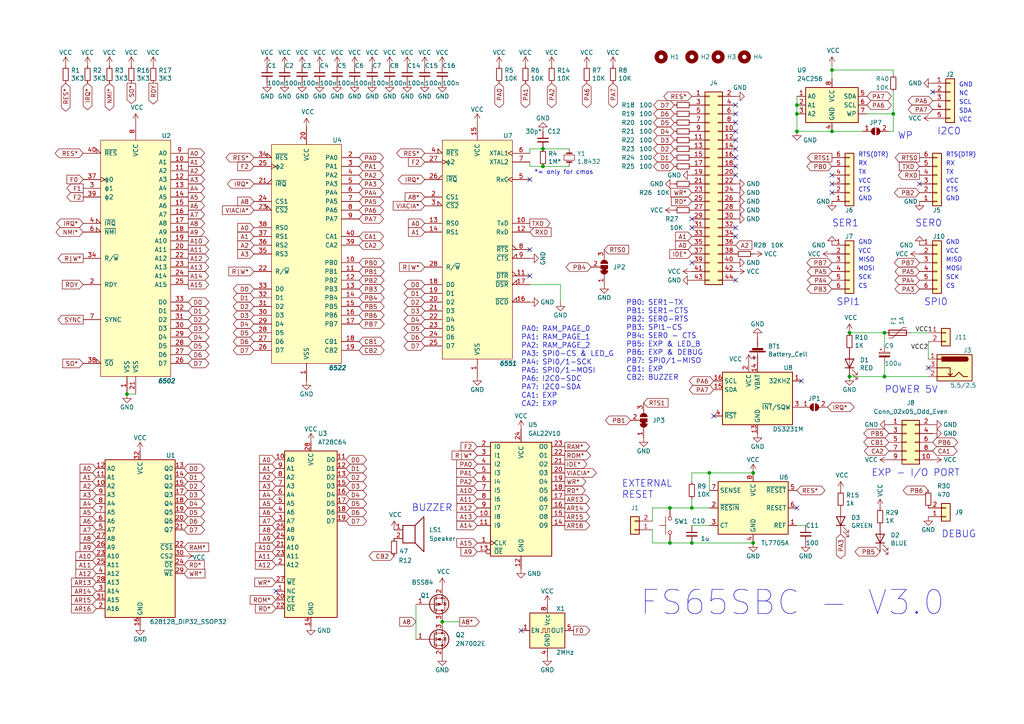
<source format=kicad_sch>
(kicad_sch (version 20250114) (generator "eeschema") (generator_version "9.0")
  (paper "A4")
  (text "PA0: RAM_PAGE_0\nPA1: RAM_PAGE_1\nPA2: RAM_PAGE_2\nPA3: SPI0-CS & LED_G\nPA4: SPI0/1-SCK\nPA5: SPI0/1-MOSI\nPA6: I2C0-SDC\nPA7: I2C0-SDA\nCA1: EXP\nCA2: EXP" (at 151.13 118.11 0) (effects (font (size 1.5 1.5)) (justify left bottom)))
  (text "MOSI" (at 274.32 78.74 0) (effects (font (size 1.27 1.27)) (justify left bottom)))
  (text "DEBUG" (at 273.05 156.21 0) (effects (font (size 2 2)) (justify left bottom)))
  (text "VCC" (at 248.92 73.66 0) (effects (font (size 1.27 1.27)) (justify left bottom)))
  (text "TX" (at 248.92 50.8 0) (effects (font (size 1.27 1.27)) (justify left bottom)))
  (text "RX" (at 248.92 48.26 0) (effects (font (size 1.27 1.27)) (justify left bottom)))
  (text "RTS(DTR)" (at 248.92 45.72 0) (effects (font (size 1.27 1.27)) (justify left bottom)))
  (text "GND" (at 278.13 25.4 0) (effects (font (size 1.27 1.27)) (justify left bottom)))
  (text "NC" (at 278.13 27.94 0) (effects (font (size 1.27 1.27)) (justify left bottom)))
  (text "RX" (at 274.32 48.26 0) (effects (font (size 1.27 1.27)) (justify left bottom)))
  (text "VCC" (at 248.92 53.34 0) (effects (font (size 1.27 1.27)) (justify left bottom)))
  (text "GND" (at 274.32 58.42 0) (effects (font (size 1.27 1.27)) (justify left bottom)))
  (text "*= only for cmos" (at 154.94 50.8 0) (effects (font (size 1.27 1.27)) (justify left bottom)))
  (text "VCC" (at 274.32 53.34 0) (effects (font (size 1.27 1.27)) (justify left bottom)))
  (text "CS" (at 248.92 83.82 0) (effects (font (size 1.27 1.27)) (justify left bottom)))
  (text "SER1" (at 241.3 66.04 0) (effects (font (size 2 2)) (justify left bottom)))
  (text "VCC" (at 278.13 35.56 0) (effects (font (size 1.27 1.27)) (justify left bottom)))
  (text "SCK" (at 248.92 81.28 0) (effects (font (size 1.27 1.27)) (justify left bottom)))
  (text "FS65SBC - V3.0" (at 185.42 179.07 0) (effects (font (size 7 7)) (justify left bottom)))
  (text "BUZZER" (at 119.38 148.59 0) (effects (font (size 2 2)) (justify left bottom)))
  (text "EXP - I/O PORT" (at 252.73 138.43 0) (effects (font (size 2 2)) (justify left bottom)))
  (text "SPI1" (at 242.57 88.9 0) (effects (font (size 2 2)) (justify left bottom)))
  (text "CTS" (at 248.92 55.88 0) (effects (font (size 1.27 1.27)) (justify left bottom)))
  (text "GND" (at 248.92 58.42 0) (effects (font (size 1.27 1.27)) (justify left bottom)))
  (text "PB0: SER1-TX\nPB1: SER1-CTS\nPB2: SER0-RTS\nPB3: SPI1-CS\nPB4: SER0 - CTS\nPB5: EXP & LED_B\nPB6: EXP & DEBUG\nPB7: SPI0/1-MISO\nCB1: EXP\nCB2: BUZZER" (at 181.61 110.49 0) (effects (font (size 1.5 1.5)) (justify left bottom)))
  (text "MISO\n" (at 248.92 76.2 0) (effects (font (size 1.27 1.27)) (justify left bottom)))
  (text "MISO\n" (at 274.32 76.2 0) (effects (font (size 1.27 1.27)) (justify left bottom)))
  (text "CS" (at 274.32 83.82 0) (effects (font (size 1.27 1.27)) (justify left bottom)))
  (text "SER0" (at 265.43 66.04 0) (effects (font (size 2 2)) (justify left bottom)))
  (text "MOSI" (at 248.92 78.74 0) (effects (font (size 1.27 1.27)) (justify left bottom)))
  (text "RTS(DTR)" (at 274.32 45.72 0) (effects (font (size 1.27 1.27)) (justify left bottom)))
  (text "SDA" (at 278.13 33.02 0) (effects (font (size 1.27 1.27)) (justify left bottom)))
  (text "EXTERNAL\nRESET" (at 180.34 144.78 0) (effects (font (size 2 2)) (justify left bottom)))
  (text "TX" (at 274.32 50.8 0) (effects (font (size 1.27 1.27)) (justify left bottom)))
  (text "SCK" (at 274.32 81.28 0) (effects (font (size 1.27 1.27)) (justify left bottom)))
  (text "GND" (at 274.32 71.12 0) (effects (font (size 1.27 1.27)) (justify left bottom)))
  (text "I2C0" (at 271.78 39.37 0) (effects (font (size 2 2)) (justify left bottom)))
  (text "WP" (at 260.35 40.64 0) (effects (font (size 2 2)) (justify left bottom)))
  (text "CTS" (at 274.32 55.88 0) (effects (font (size 1.27 1.27)) (justify left bottom)))
  (text "SCL" (at 278.13 30.48 0) (effects (font (size 1.27 1.27)) (justify left bottom)))
  (text "SPI0" (at 267.97 88.9 0) (effects (font (size 2 2)) (justify left bottom)))
  (text "POWER 5V" (at 256.54 114.3 0) (effects (font (size 2 2)) (justify left bottom)))
  (text "VCC" (at 274.32 73.66 0) (effects (font (size 1.27 1.27)) (justify left bottom)))
  (text "GND" (at 248.92 71.12 0) (effects (font (size 1.27 1.27)) (justify left bottom)))
  (junction (at 256.54 109.22))
  (junction (at 231.14 33.02))
  (junction (at 259.08 33.02))
  (junction (at 246.38 96.52))
  (junction (at 218.44 137.16))
  (junction (at 241.3 20.32))
  (junction (at 231.14 30.48))
  (junction (at 128.27 180.34))
  (junction (at 194.31 157.48))
  (junction (at 200.66 147.32))
  (junction (at 231.14 38.1))
  (junction (at 157.48 48.26))
  (junction (at 246.38 109.22))
  (junction (at 218.44 157.48))
  (junction (at 205.74 137.16))
  (junction (at 256.54 96.52))
  (junction (at 157.48 43.18))
  (junction (at 36.83 114.3))
  (junction (at 194.31 147.32))
  (junction (at 200.66 157.48))
  (junction (at 241.3 38.1))
  (no_connect (at 213.36 33.02))
  (no_connect (at 153.67 72.39))
  (no_connect (at 80.01 171.45))
  (no_connect (at 213.36 30.48))
  (no_connect (at 269.24 106.68))
  (no_connect (at 213.36 38.1))
  (no_connect (at 213.36 48.26))
  (no_connect (at 207.01 120.65))
  (no_connect (at 213.36 68.58))
  (no_connect (at 153.67 52.07))
  (no_connect (at 213.36 50.8))
  (no_connect (at 213.36 81.28))
  (no_connect (at 231.14 147.32))
  (no_connect (at 232.41 110.49))
  (no_connect (at 213.36 66.04))
  (no_connect (at 266.7 53.34))
  (no_connect (at 213.36 35.56))
  (no_connect (at 151.13 182.88))
  (no_connect (at 153.67 80.01))
  (no_connect (at 241.3 50.8))
  (no_connect (at 200.66 66.04))
  (no_connect (at 213.36 43.18))
  (no_connect (at 241.3 53.34))
  (no_connect (at 213.36 45.72))
  (no_connect (at 200.66 76.2))
  (no_connect (at 200.66 63.5))
  (no_connect (at 270.51 26.67))
  (no_connect (at 213.36 40.64))
  (no_connect (at 241.3 55.88))
  (wire (pts (xy 162.56 82.55) (xy 162.56 87.63)))
  (wire (pts (xy 200.66 157.48) (xy 218.44 157.48)))
  (wire (pts (xy 241.3 20.32) (xy 241.3 22.86)))
  (wire (pts (xy 246.38 109.22) (xy 256.54 109.22)))
  (wire (pts (xy 120.65 175.26) (xy 120.65 185.42)))
  (wire (pts (xy 200.66 139.7) (xy 200.66 137.16)))
  (wire (pts (xy 259.08 21.59) (xy 259.08 20.32)))
  (wire (pts (xy 259.08 38.1) (xy 259.08 33.02)))
  (wire (pts (xy 205.74 142.24) (xy 205.74 137.16)))
  (wire (pts (xy 189.23 153.67) (xy 189.23 157.48)))
  (wire (pts (xy 231.14 33.02) (xy 231.14 38.1)))
  (wire (pts (xy 189.23 147.32) (xy 194.31 147.32)))
  (wire (pts (xy 246.38 96.52) (xy 256.54 96.52)))
  (wire (pts (xy 133.35 180.34) (xy 128.27 180.34)))
  (wire (pts (xy 251.46 33.02) (xy 259.08 33.02)))
  (wire (pts (xy 153.67 44.45) (xy 153.67 43.18)))
  (wire (pts (xy 153.67 82.55) (xy 162.56 82.55)))
  (wire (pts (xy 153.67 46.99) (xy 153.67 48.26)))
  (wire (pts (xy 257.81 38.1) (xy 259.08 38.1)))
  (wire (pts (xy 231.14 27.94) (xy 231.14 30.48)))
  (wire (pts (xy 200.66 152.4) (xy 205.74 152.4)))
  (wire (pts (xy 259.08 33.02) (xy 259.08 26.67)))
  (wire (pts (xy 231.14 38.1) (xy 241.3 38.1)))
  (wire (pts (xy 194.31 147.32) (xy 200.66 147.32)))
  (wire (pts (xy 241.3 20.32) (xy 259.08 20.32)))
  (wire (pts (xy 200.66 137.16) (xy 205.74 137.16)))
  (wire (pts (xy 241.3 19.05) (xy 241.3 20.32)))
  (wire (pts (xy 256.54 105.41) (xy 256.54 109.22)))
  (wire (pts (xy 205.74 137.16) (xy 218.44 137.16)))
  (wire (pts (xy 189.23 151.13) (xy 189.23 147.32)))
  (wire (pts (xy 269.24 99.06) (xy 269.24 104.14)))
  (wire (pts (xy 241.3 38.1) (xy 250.19 38.1)))
  (wire (pts (xy 189.23 157.48) (xy 194.31 157.48)))
  (wire (pts (xy 200.66 147.32) (xy 205.74 147.32)))
  (wire (pts (xy 153.67 48.26) (xy 157.48 48.26)))
  (wire (pts (xy 157.48 43.18) (xy 165.1 43.18)))
  (wire (pts (xy 256.54 100.33) (xy 256.54 96.52)))
  (wire (pts (xy 264.16 96.52) (xy 269.24 96.52)))
  (wire (pts (xy 256.54 109.22) (xy 269.24 109.22)))
  (wire (pts (xy 194.31 157.48) (xy 200.66 157.48)))
  (wire (pts (xy 39.37 114.3) (xy 36.83 114.3)))
  (wire (pts (xy 231.14 152.4) (xy 233.68 152.4)))
  (wire (pts (xy 153.67 43.18) (xy 157.48 43.18)))
  (wire (pts (xy 157.48 48.26) (xy 165.1 48.26)))
  (wire (pts (xy 200.66 147.32) (xy 200.66 144.78)))
  (wire (pts (xy 231.14 30.48) (xy 231.14 33.02)))
  (label "VCC2" (at 269.24 101.6 180) (effects (font (size 1.28 1.28))))
  (label "VCC1" (at 265.43 96.52 0) (effects (font (size 1.28 1.28))))
  (global_label "A8" (shape input) (at 73.66 58.42 180) (property "Intersheetrefs" "${INTERSHEET_REFS}" (effects (hide yes))))
  (global_label "RES*" (shape tri_state) (at 73.66 45.72 180) (property "Intersheetrefs" "${INTERSHEET_REFS}" (effects (hide yes))))
  (global_label "PA2" (shape tri_state) (at 160.02 24.13 270) (property "Intersheetrefs" "${INTERSHEET_REFS}" (effects (hide yes))))
  (global_label "D1" (shape bidirectional) (at 123.19 85.09 180) (property "Intersheetrefs" "${INTERSHEET_REFS}" (effects (hide yes))))
  (global_label "RES*" (shape tri_state) (at 231.14 142.24 0) (property "Intersheetrefs" "${INTERSHEET_REFS}" (effects (hide yes))))
  (global_label "PB7" (shape bidirectional) (at 266.7 76.2 180) (property "Intersheetrefs" "${INTERSHEET_REFS}" (effects (hide yes))))
  (global_label "A14" (shape input) (at 138.43 152.4 180) (property "Intersheetrefs" "${INTERSHEET_REFS}" (effects (hide yes))))
  (global_label "IRQ*" (shape tri_state) (at 73.66 53.34 180) (property "Intersheetrefs" "${INTERSHEET_REFS}" (effects (hide yes))))
  (global_label "D7" (shape bidirectional) (at 195.58 30.48 180) (property "Intersheetrefs" "${INTERSHEET_REFS}" (effects (hide yes))))
  (global_label "PB7" (shape bidirectional) (at 241.3 76.2 180) (property "Intersheetrefs" "${INTERSHEET_REFS}" (effects (hide yes))))
  (global_label "D0" (shape bidirectional) (at 54.61 87.63 0) (property "Intersheetrefs" "${INTERSHEET_REFS}" (effects (hide yes))))
  (global_label "A3" (shape output) (at 54.61 52.07 0) (property "Intersheetrefs" "${INTERSHEET_REFS}" (effects (hide yes))))
  (global_label "A12" (shape input) (at 80.01 163.83 180) (property "Intersheetrefs" "${INTERSHEET_REFS}" (effects (hide yes))))
  (global_label "CB1" (shape bidirectional) (at 104.14 99.06 0) (property "Intersheetrefs" "${INTERSHEET_REFS}" (effects (hide yes))))
  (global_label "RTS1" (shape output) (at 241.3 45.72 180) (property "Intersheetrefs" "${INTERSHEET_REFS}" (effects (hide yes))))
  (global_label "A10" (shape input) (at 80.01 158.75 180) (property "Intersheetrefs" "${INTERSHEET_REFS}" (effects (hide yes))))
  (global_label "A13" (shape input) (at 138.43 149.86 180) (property "Intersheetrefs" "${INTERSHEET_REFS}" (effects (hide yes))))
  (global_label "PA5" (shape bidirectional) (at 241.3 78.74 180) (property "Intersheetrefs" "${INTERSHEET_REFS}" (effects (hide yes))))
  (global_label "A2" (shape output) (at 54.61 49.53 0) (property "Intersheetrefs" "${INTERSHEET_REFS}" (effects (hide yes))))
  (global_label "A3" (shape input) (at 27.94 143.51 180) (property "Intersheetrefs" "${INTERSHEET_REFS}" (effects (hide yes))))
  (global_label "PB3" (shape bidirectional) (at 241.3 83.82 180) (property "Intersheetrefs" "${INTERSHEET_REFS}" (effects (hide yes))))
  (global_label "AR14" (shape input) (at 27.94 171.45 180) (property "Intersheetrefs" "${INTERSHEET_REFS}" (effects (hide yes))))
  (global_label "PA2" (shape input) (at 138.43 139.7 180) (property "Intersheetrefs" "${INTERSHEET_REFS}" (effects (hide yes))))
  (global_label "A8" (shape input) (at 27.94 156.21 180) (property "Intersheetrefs" "${INTERSHEET_REFS}" (effects (hide yes))))
  (global_label "CB2" (shape bidirectional) (at 114.3 161.29 180) (property "Intersheetrefs" "${INTERSHEET_REFS}" (effects (hide yes))))
  (global_label "A15" (shape output) (at 54.61 82.55 0) (property "Intersheetrefs" "${INTERSHEET_REFS}" (effects (hide yes))))
  (global_label "D5" (shape bidirectional) (at 100.33 146.05 0) (property "Intersheetrefs" "${INTERSHEET_REFS}" (effects (hide yes))))
  (global_label "A6" (shape input) (at 80.01 148.59 180) (property "Intersheetrefs" "${INTERSHEET_REFS}" (effects (hide yes))))
  (global_label "RAM*" (shape input) (at 53.34 158.75 0) (property "Intersheetrefs" "${INTERSHEET_REFS}" (effects (hide yes))))
  (global_label "A13" (shape output) (at 54.61 77.47 0) (property "Intersheetrefs" "${INTERSHEET_REFS}" (effects (hide yes))))
  (global_label "D1" (shape bidirectional) (at 53.34 138.43 0) (property "Intersheetrefs" "${INTERSHEET_REFS}" (effects (hide yes))))
  (global_label "SO*" (shape input) (at 24.13 105.41 180) (property "Intersheetrefs" "${INTERSHEET_REFS}" (effects (hide yes))))
  (global_label "RES*" (shape tri_state) (at 19.05 24.13 270) (property "Intersheetrefs" "${INTERSHEET_REFS}" (effects (hide yes))))
  (global_label "PA4" (shape bidirectional) (at 266.7 81.28 180) (property "Intersheetrefs" "${INTERSHEET_REFS}" (effects (hide yes))))
  (global_label "RTS0" (shape output) (at 266.7 45.72 180) (property "Intersheetrefs" "${INTERSHEET_REFS}" (effects (hide yes))))
  (global_label "PA0" (shape tri_state) (at 144.78 24.13 270) (property "Intersheetrefs" "${INTERSHEET_REFS}" (effects (hide yes))))
  (global_label "A1" (shape output) (at 54.61 46.99 0) (property "Intersheetrefs" "${INTERSHEET_REFS}" (effects (hide yes))))
  (global_label "IDE*" (shape input) (at 200.66 73.66 180) (property "Intersheetrefs" "${INTERSHEET_REFS}" (effects (hide yes))))
  (global_label "AR13" (shape input) (at 27.94 168.91 180) (property "Intersheetrefs" "${INTERSHEET_REFS}" (effects (hide yes))))
  (global_label "PB5" (shape bidirectional) (at 255.27 160.02 180) (property "Intersheetrefs" "${INTERSHEET_REFS}" (effects (hide yes))))
  (global_label "D7" (shape bidirectional) (at 100.33 151.13 0) (property "Intersheetrefs" "${INTERSHEET_REFS}" (effects (hide yes))))
  (global_label "D6" (shape bidirectional) (at 54.61 102.87 0) (property "Intersheetrefs" "${INTERSHEET_REFS}" (effects (hide yes))))
  (global_label "AR13" (shape output) (at 163.83 144.78 0) (property "Intersheetrefs" "${INTERSHEET_REFS}" (effects (hide yes))))
  (global_label "CA2" (shape bidirectional) (at 257.81 130.81 180) (property "Intersheetrefs" "${INTERSHEET_REFS}" (effects (hide yes))))
  (global_label "VIACIA*" (shape output) (at 163.83 137.16 0) (property "Intersheetrefs" "${INTERSHEET_REFS}" (effects (hide yes))))
  (global_label "PA7" (shape tri_state) (at 177.8 24.13 270) (property "Intersheetrefs" "${INTERSHEET_REFS}" (effects (hide yes))))
  (global_label "CB2" (shape bidirectional) (at 104.14 101.6 0) (property "Intersheetrefs" "${INTERSHEET_REFS}" (effects (hide yes))))
  (global_label "PA2" (shape bidirectional) (at 104.14 50.8 0) (property "Intersheetrefs" "${INTERSHEET_REFS}" (effects (hide yes))))
  (global_label "PB0" (shape bidirectional) (at 104.14 76.2 0) (property "Intersheetrefs" "${INTERSHEET_REFS}" (effects (hide yes))))
  (global_label "RTS0" (shape input) (at 175.26 72.39 0) (property "Intersheetrefs" "${INTERSHEET_REFS}" (effects (hide yes))))
  (global_label "A5" (shape input) (at 80.01 146.05 180) (property "Intersheetrefs" "${INTERSHEET_REFS}" (effects (hide yes))))
  (global_label "F2" (shape input) (at 138.43 129.54 180) (property "Intersheetrefs" "${INTERSHEET_REFS}" (effects (hide yes))))
  (global_label "A8" (shape input) (at 80.01 153.67 180) (property "Intersheetrefs" "${INTERSHEET_REFS}" (effects (hide yes))))
  (global_label "A9" (shape input) (at 138.43 160.02 180) (property "Intersheetrefs" "${INTERSHEET_REFS}" (effects (hide yes))))
  (global_label "A11" (shape input) (at 80.01 161.29 180) (property "Intersheetrefs" "${INTERSHEET_REFS}" (effects (hide yes))))
  (global_label "RXD" (shape input) (at 153.67 67.31 0) (property "Intersheetrefs" "${INTERSHEET_REFS}" (effects (hide yes))))
  (global_label "RES*" (shape tri_state) (at 24.13 44.45 180) (property "Intersheetrefs" "${INTERSHEET_REFS}" (effects (hide yes))))
  (global_label "PB4" (shape bidirectional) (at 171.45 77.47 180) (property "Intersheetrefs" "${INTERSHEET_REFS}" (effects (hide yes))))
  (global_label "R|W*" (shape input) (at 138.43 132.08 180) (property "Intersheetrefs" "${INTERSHEET_REFS}" (effects (hide yes))))
  (global_label "A11" (shape output) (at 54.61 72.39 0) (property "Intersheetrefs" "${INTERSHEET_REFS}" (effects (hide yes))))
  (global_label "A7" (shape input) (at 27.94 153.67 180) (property "Intersheetrefs" "${INTERSHEET_REFS}" (effects (hide yes))))
  (global_label "WR*" (shape input) (at 200.66 55.88 180) (property "Intersheetrefs" "${INTERSHEET_REFS}" (effects (hide yes))))
  (global_label "A4" (shape input) (at 27.94 146.05 180) (property "Intersheetrefs" "${INTERSHEET_REFS}" (effects (hide yes))))
  (global_label "PB7" (shape bidirectional) (at 104.14 93.98 0) (property "Intersheetrefs" "${INTERSHEET_REFS}" (effects (hide yes))))
  (global_label "A11" (shape input) (at 27.94 163.83 180) (property "Intersheetrefs" "${INTERSHEET_REFS}" (effects (hide yes))))
  (global_label "RAM*" (shape output) (at 163.83 129.54 0) (property "Intersheetrefs" "${INTERSHEET_REFS}" (effects (hide yes))))
  (global_label "A5" (shape input) (at 27.94 148.59 180) (property "Intersheetrefs" "${INTERSHEET_REFS}" (effects (hide yes))))
  (global_label "D0" (shape bidirectional) (at 100.33 133.35 0) (property "Intersheetrefs" "${INTERSHEET_REFS}" (effects (hide yes))))
  (global_label "PA0" (shape input) (at 138.43 134.62 180) (property "Intersheetrefs" "${INTERSHEET_REFS}" (effects (hide yes))))
  (global_label "IRQ*" (shape tri_state) (at 25.4 24.13 270) (property "Intersheetrefs" "${INTERSHEET_REFS}" (effects (hide yes))))
  (global_label "PA0" (shape bidirectional) (at 104.14 45.72 0) (property "Intersheetrefs" "${INTERSHEET_REFS}" (effects (hide yes))))
  (global_label "AR15" (shape input) (at 27.94 173.99 180) (property "Intersheetrefs" "${INTERSHEET_REFS}" (effects (hide yes))))
  (global_label "D6" (shape bidirectional) (at 195.58 33.02 180) (property "Intersheetrefs" "${INTERSHEET_REFS}" (effects (hide yes))))
  (global_label "PB5" (shape bidirectional) (at 104.14 88.9 0) (property "Intersheetrefs" "${INTERSHEET_REFS}" (effects (hide yes))))
  (global_label "D3" (shape bidirectional) (at 123.19 90.17 180) (property "Intersheetrefs" "${INTERSHEET_REFS}" (effects (hide yes))))
  (global_label "IDE*" (shape output) (at 163.83 134.62 0) (property "Intersheetrefs" "${INTERSHEET_REFS}" (effects (hide yes))))
  (global_label "PA7" (shape bidirectional) (at 207.01 113.03 180) (property "Intersheetrefs" "${INTERSHEET_REFS}" (effects (hide yes))))
  (global_label "PA1" (shape input) (at 138.43 137.16 180) (property "Intersheetrefs" "${INTERSHEET_REFS}" (effects (hide yes))))
  (global_label "A10" (shape input) (at 27.94 161.29 180) (property "Intersheetrefs" "${INTERSHEET_REFS}" (effects (hide yes))))
  (global_label "PA5" (shape bidirectional) (at 266.7 78.74 180) (property "Intersheetrefs" "${INTERSHEET_REFS}" (effects (hide yes))))
  (global_label "PA3" (shape bidirectional) (at 266.7 83.82 180) (property "Intersheetrefs" "${INTERSHEET_REFS}" (effects (hide yes))))
  (global_label "D5" (shape bidirectional) (at 53.34 148.59 0) (property "Intersheetrefs" "${INTERSHEET_REFS}" (effects (hide yes))))
  (global_label "D1" (shape bidirectional) (at 195.58 45.72 180) (property "Intersheetrefs" "${INTERSHEET_REFS}" (effects (hide yes))))
  (global_label "D5" (shape bidirectional) (at 195.58 35.56 180) (property "Intersheetrefs" "${INTERSHEET_REFS}" (effects (hide yes))))
  (global_label "PA1" (shape tri_state) (at 152.4 24.13 270) (property "Intersheetrefs" "${INTERSHEET_REFS}" (effects (hide yes))))
  (global_label "A12" (shape input) (at 27.94 166.37 180) (property "Intersheetrefs" "${INTERSHEET_REFS}" (effects (hide yes))))
  (global_label "VIACIA*" (shape input) (at 73.66 60.96 180) (property "Intersheetrefs" "${INTERSHEET_REFS}" (effects (hide yes))))
  (global_label "TXD" (shape output) (at 153.67 64.77 0) (property "Intersheetrefs" "${INTERSHEET_REFS}" (effects (hide yes))))
  (global_label "RXD" (shape output) (at 266.7 50.8 180) (property "Intersheetrefs" "${INTERSHEET_REFS}" (effects (hide yes))))
  (global_label "RD*" (shape output) (at 163.83 142.24 0) (property "Intersheetrefs" "${INTERSHEET_REFS}" (effects (hide yes))))
  (global_label "PA6" (shape bidirectional) (at 104.14 60.96 0) (property "Intersheetrefs" "${INTERSHEET_REFS}" (effects (hide yes))))
  (global_label "AR14" (shape output) (at 163.83 147.32 0) (property "Intersheetrefs" "${INTERSHEET_REFS}" (effects (hide yes))))
  (global_label "D1" (shape bidirectional) (at 100.33 135.89 0) (property "Intersheetrefs" "${INTERSHEET_REFS}" (effects (hide yes))))
  (global_label "PA4" (shape bidirectional) (at 241.3 81.28 180) (property "Intersheetrefs" "${INTERSHEET_REFS}" (effects (hide yes))))
  (global_label "A1" (shape input) (at 123.19 67.31 180) (property "Intersheetrefs" "${INTERSHEET_REFS}" (effects (hide yes))))
  (global_label "A3" (shape input) (at 80.01 140.97 180) (property "Intersheetrefs" "${INTERSHEET_REFS}" (effects (hide yes))))
  (global_label "A2" (shape input) (at 27.94 140.97 180) (property "Intersheetrefs" "${INTERSHEET_REFS}" (effects (hide yes))))
  (global_label "D3" (shape bidirectional) (at 195.58 40.64 180) (property "Intersheetrefs" "${INTERSHEET_REFS}" (effects (hide yes))))
  (global_label "D5" (shape bidirectional) (at 123.19 95.25 180) (property "Intersheetrefs" "${INTERSHEET_REFS}" (effects (hide yes))))
  (global_label "RES*" (shape tri_state) (at 123.19 44.45 180) (property "Intersheetrefs" "${INTERSHEET_REFS}" (effects (hide yes))))
  (global_label "D0" (shape bidirectional) (at 123.19 82.55 180) (property "Intersheetrefs" "${INTERSHEET_REFS}" (effects (hide yes))))
  (global_label "A15" (shape input) (at 138.43 157.48 180) (property "Intersheetrefs" "${INTERSHEET_REFS}" (effects (hide yes))))
  (global_label "RD*" (shape input) (at 53.34 163.83 0) (property "Intersheetrefs" "${INTERSHEET_REFS}" (effects (hide yes))))
  (global_label "PA3" (shape bidirectional) (at 104.14 53.34 0) (property "Intersheetrefs" "${INTERSHEET_REFS}" (effects (hide yes))))
  (global_label "D6" (shape bidirectional) (at 100.33 148.59 0) (property "Intersheetrefs" "${INTERSHEET_REFS}" (effects (hide yes))))
  (global_label "PB2" (shape bidirectional) (at 266.7 55.88 180) (property "Intersheetrefs" "${INTERSHEET_REFS}" (effects (hide yes))))
  (global_label "A0" (shape output) (at 54.61 44.45 0) (property "Intersheetrefs" "${INTERSHEET_REFS}" (effects (hide yes))))
  (global_label "IRQ*" (shape tri_state) (at 123.19 52.07 180) (property "Intersheetrefs" "${INTERSHEET_REFS}" (effects (hide yes))))
  (global_label "PA6" (shape tri_state) (at 170.18 24.13 270) (property "Intersheetrefs" "${INTERSHEET_REFS}" (effects (hide yes))))
  (global_label "D5" (shape bidirectional) (at 73.66 96.52 180) (property "Intersheetrefs" "${INTERSHEET_REFS}" (effects (hide yes))))
  (global_label "RDY" (shape input) (at 24.13 82.55 180) (property "Intersheetrefs" "${INTERSHEET_REFS}" (effects (hide yes))))
  (global_label "A6" (shape input) (at 27.94 151.13 180) (property "Intersheetrefs" "${INTERSHEET_REFS}" (effects (hide yes))))
  (global_label "D2" (shape bidirectional) (at 53.34 140.97 0) (property "Intersheetrefs" "${INTERSHEET_REFS}" (effects (hide yes))))
  (global_label "F0" (shape input) (at 24.13 52.07 180) (property "Intersheetrefs" "${INTERSHEET_REFS}" (effects (hide yes))))
  (global_label "PA1" (shape bidirectional) (at 104.14 48.26 0) (property "Intersheetrefs" "${INTERSHEET_REFS}" (effects (hide yes))))
  (global_label "PA3" (shape bidirectional) (at 243.84 154.94 270) (property "Intersheetrefs" "${INTERSHEET_REFS}" (effects (hide yes))))
  (global_label "PA7" (shape bidirectional) (at 251.46 27.94 0) (property "Intersheetrefs" "${INTERSHEET_REFS}" (effects (hide yes))))
  (global_label "A8*" (shape output) (at 133.35 180.34 0) (property "Intersheetrefs" "${INTERSHEET_REFS}" (effects (hide yes))))
  (global_label "PB4" (shape bidirectional) (at 104.14 86.36 0) (property "Intersheetrefs" "${INTERSHEET_REFS}" (effects (hide yes))))
  (global_label "F2" (shape input) (at 123.19 46.99 180) (property "Intersheetrefs" "${INTERSHEET_REFS}" (effects (hide yes))))
  (global_label "TXD" (shape input) (at 266.7 48.26 180) (property "Intersheetrefs" "${INTERSHEET_REFS}" (effects (hide yes))))
  (global_label "ROM*" (shape input) (at 80.01 173.99 180) (property "Intersheetrefs" "${INTERSHEET_REFS}" (effects (hide yes))))
  (global_label "D7" (shape bidirectional) (at 53.34 153.67 0) (property "Intersheetrefs" "${INTERSHEET_REFS}" (effects (hide yes))))
  (global_label "PB1" (shape bidirectional) (at 104.14 78.74 0) (property "Intersheetrefs" "${INTERSHEET_REFS}" (effects (hide yes))))
  (global_label "D1" (shape bidirectional) (at 54.61 90.17 0) (property "Intersheetrefs" "${INTERSHEET_REFS}" (effects (hide yes))))
  (global_label "D3" (shape bidirectional) (at 53.34 143.51 0) (property "Intersheetrefs" "${INTERSHEET_REFS}" (effects (hide yes))))
  (global_label "F0" (shape output) (at 166.37 182.88 0) (property "Intersheetrefs" "${INTERSHEET_REFS}" (effects (hide yes))))
  (global_label "A10" (shape input) (at 138.43 142.24 180) (property "Intersheetrefs" "${INTERSHEET_REFS}" (effects (hide yes))))
  (global_label "A12" (shape output) (at 54.61 74.93 0) (property "Intersheetrefs" "${INTERSHEET_REFS}" (effects (hide yes))))
  (global_label "PB1" (shape bidirectional) (at 182.88 121.92 180) (property "Intersheetrefs" "${INTERSHEET_REFS}" (effects (hide yes))))
  (global_label "D3" (shape bidirectional) (at 100.33 140.97 0) (property "Intersheetrefs" "${INTERSHEET_REFS}" (effects (hide yes))))
  (global_label "D6" (shape bidirectional) (at 73.66 99.06 180) (property "Intersheetrefs" "${INTERSHEET_REFS}" (effects (hide yes))))
  (global_label "PB5" (shape bidirectional) (at 257.81 125.73 180) (property "Intersheetrefs" "${INTERSHEET_REFS}" (effects (hide yes))))
  (global_label "CA2" (shape bidirectional) (at 104.14 71.12 0) (property "Intersheetrefs" "${INTERSHEET_REFS}" (effects (hide yes))))
  (global_label "IRQ*" (shape tri_state) (at 240.03 118.11 0) (property "Intersheetrefs" "${INTERSHEET_REFS}" (effects (hide yes))))
  (global_label "A0" (shape input) (at 80.01 133.35 180) (property "Intersheetrefs" "${INTERSHEET_REFS}" (effects (hide yes))))
  (global_label "A2" (shape input) (at 80.01 138.43 180) (property "Intersheetrefs" "${INTERSHEET_REFS}" (effects (hide yes))))
  (global_label "F1" (shape output) (at 24.13 54.61 180) (property "Intersheetrefs" "${INTERSHEET_REFS}" (effects (hide yes))))
  (global_label "D2" (shape bidirectional) (at 195.58 43.18 180) (property "Intersheetrefs" "${INTERSHEET_REFS}" (effects (hide yes))))
  (global_label "AR16" (shape output) (at 163.83 152.4 0) (property "Intersheetrefs" "${INTERSHEET_REFS}" (effects (hide yes))))
  (global_label "D4" (shape bidirectional) (at 54.61 97.79 0) (property "Intersheetrefs" "${INTERSHEET_REFS}" (effects (hide yes))))
  (global_label "A0" (shape input) (at 123.19 64.77 180) (property "Intersheetrefs" "${INTERSHEET_REFS}" (effects (hide yes))))
  (global_label "A8" (shape input) (at 120.65 180.34 180) (property "Intersheetrefs" "${INTERSHEET_REFS}" (effects (hide yes))))
  (global_label "D7" (shape bidirectional) (at 73.66 101.6 180) (property "Intersheetrefs" "${INTERSHEET_REFS}" (effects (hide yes))))
  (global_label "NMI*" (shape tri_state) (at 24.13 67.31 180) (property "Intersheetrefs" "${INTERSHEET_REFS}" (effects (hide yes))))
  (global_label "R|W*" (shape input) (at 73.66 78.74 180) (property "Intersheetrefs" "${INTERSHEET_REFS}" (effects (hide yes))))
  (global_label "A2" (shape input) (at 213.36 71.12 0) (property "Intersheetrefs" "${INTERSHEET_REFS}" (effects (hide yes))))
  (global_label "A0" (shape input) (at 200.66 71.12 180) (property "Intersheetrefs" "${INTERSHEET_REFS}" (effects (hide yes))))
  (global_label "A9" (shape input) (at 27.94 158.75 180) (property "Intersheetrefs" "${INTERSHEET_REFS}" (effects (hide yes))))
  (global_label "WR*" (shape output) (at 163.83 139.7 0) (property "Intersheetrefs" "${INTERSHEET_REFS}" (effects (hide yes))))
  (global_label "R|W*" (shape input) (at 123.19 77.47 180) (property "Intersheetrefs" "${INTERSHEET_REFS}" (effects (hide yes))))
  (global_label "PA5" (shape bidirectional) (at 104.14 58.42 0) (property "Intersheetrefs" "${INTERSHEET_REFS}" (effects (hide yes))))
  (global_label "A8*" (shape input) (at 123.19 57.15 180) (property "Intersheetrefs" "${INTERSHEET_REFS}" (effects (hide yes))))
  (global_label "RD*" (shape input) (at 200.66 58.42 180) (property "Intersheetrefs" "${INTERSHEET_REFS}" (effects (hide yes))))
  (global_label "F2" (shape input) (at 73.66 48.26 180) (property "Intersheetrefs" "${INTERSHEET_REFS}" (effects (hide yes))))
  (global_label "PA7" (shape bidirectional) (at 104.14 63.5 0) (property "Intersheetrefs" "${INTERSHEET_REFS}" (effects (hide yes))))
  (global_label "D4" (shape bidirectional) (at 100.33 143.51 0) (property "Intersheetrefs" "${INTERSHEET_REFS}" (effects (hide yes))))
  (global_label "D0" (shape bidirectional) (at 195.58 48.26 180) (property "Intersheetrefs" "${INTERSHEET_REFS}" (effects (hide yes))))
  (global_label "A10" (shape output) (at 54.61 69.85 0) (property "Intersheetrefs" "${INTERSHEET_REFS}" (effects (hide yes))))
  (global_label "D6" (shape bidirectional) (at 123.19 97.79 180) (property "Intersheetrefs" "${INTERSHEET_REFS}" (effects (hide yes))))
  (global_label "CB1" (shape bidirectional) (at 257.81 128.27 180) (property "Intersheetrefs" "${INTERSHEET_REFS}" (effects (hide yes))))
  (global_label "D5" (shape bidirectional) (at 54.61 100.33 0) (property "Intersheetrefs" "${INTERSHEET_REFS}" (effects (hide yes))))
  (global_label "VIACIA*" (shape input) (at 123.19 59.69 180) (property "Intersheetrefs" "${INTERSHEET_REFS}" (effects (hide yes))))
  (global_label "ROM*" (shape output) (at 163.83 132.08 0) (property "Intersheetrefs" "${INTERSHEET_REFS}" (effects (hide yes))))
  (global_label "CA1" (shape bidirectional) (at 104.14 68.58 0) (property "Intersheetrefs" "${INTERSHEET_REFS}" (effects (hide yes))))
  (global_label "SYNC" (shape output) (at 24.13 92.71 180) (property "Intersheetrefs" "${INTERSHEET_REFS}" (effects (hide yes))))
  (global_label "D6" (shape bidirectional) (at 53.34 151.13 0) (property "Intersheetrefs" "${INTERSHEET_REFS}" (effects (hide yes))))
  (global_label "A0" (shape input) (at 27.94 135.89 180) (property "Intersheetrefs" "${INTERSHEET_REFS}" (effects (hide yes))))
  (global_label "R|W*" (shape output) (at 24.13 74.93 180) (property "Intersheetrefs" "${INTERSHEET_REFS}" (effects (hide yes))))
  (global_label "RTS1" (shape input) (at 186.69 116.84 0) (property "Intersheetrefs" "${INTERSHEET_REFS}" (effects (hide yes))))
  (global_label "D4" (shape bidirectional) (at 195.58 38.1 180) (property "Intersheetrefs" "${INTERSHEET_REFS}" (effects (hide yes))))
  (global_label "D2" (shape bidirectional) (at 123.19 87.63 180) (property "Intersheetrefs" "${INTERSHEET_REFS}" (effects (hide yes))))
  (global_label "PA6" (shape bidirectional) (at 207.01 110.49 180) (property "Intersheetrefs" "${INTERSHEET_REFS}" (effects (hide yes))))
  (global_label "A7" (shape input) (at 80.01 151.13 180) (property "Intersheetrefs" "${INTERSHEET_REFS}" (effects (hide yes))))
  (global_label "D0" (shape bidirectional) (at 53.34 135.89 0) (property "Intersheetrefs" "${INTERSHEET_REFS}" (effects (hide yes))))
  (global_label "D4" (shape bidirectional) (at 123.19 92.71 180) (property "Intersheetrefs" "${INTERSHEET_REFS}" (effects (hide yes))))
  (global_label "PB0" (shape bidirectional) (at 241.3 48.26 180) (property "Intersheetrefs" "${INTERSHEET_REFS}" (effects (hide yes))))
  (global_label "D1" (shape bidirectional) (at 73.66 86.36 180) (property "Intersheetrefs" "${INTERSHEET_REFS}" (effects (hide yes))))
  (global_label "D7" (shape bidirectional) (at 123.19 100.33 180) (property "Intersheetrefs" "${INTERSHEET_REFS}" (effects (hide yes))))
  (global_label "A11" (shape input) (at 138.43 144.78 180) (property "Intersheetrefs" "${INTERSHEET_REFS}" (effects (hide yes))))
  (global_label "PA4" (shape bidirectional) (at 104.14 55.88 0) (property "Intersheetrefs" "${INTERSHEET_REFS}" (effects (hide yes))))
  (global_label "A5" (shape output) (at 54.61 57.15 0) (property "Intersheetrefs" "${INTERSHEET_REFS}" (effects (hide yes))))
  (global_label "D2" (shape bidirectional) (at 54.61 92.71 0) (property "Intersheetrefs" "${INTERSHEET_REFS}" (effects (hide yes))))
  (global_label "D3" (shape bidirectional) (at 73.66 91.44 180) (property "Intersheetrefs" "${INTERSHEET_REFS}" (effects (hide yes))))
  (global_label "A1" (shape input) (at 73.66 68.58 180) (property "Intersheetrefs" "${INTERSHEET_REFS}" (effects (hide yes))))
  (global_label "RD*" (shape input) (at 80.01 176.53 180) (property "Intersheetrefs" "${INTERSHEET_REFS}" (effects (hide yes))))
  (global_label "PB6" (shape bidirectional) (at 104.14 91.44 0) (property "Intersheetrefs" "${INTERSHEET_REFS}" (effects (hide yes))))
  (global_label "D0" (shape bidirectional) (at 73.66 83.82 180) (property "Intersheetrefs" "${INTERSHEET_REFS}" (effects (hide yes))))
  (global_label "F2" (shape output) (at 24.13 57.15 180) (property "Intersheetrefs" "${INTERSHEET_REFS}" (effects (hide yes))))
  (global_label "NMI*" (shape tri_state) (at 31.75 24.13 270) (property "Intersheetrefs" "${INTERSHEET_REFS}" (effects (hide yes))))
  (global_label "CA1" (shape bidirectional) (at 270.51 130.81 0) (property "Intersheetrefs" "${INTERSHEET_REFS}" (effects (hide yes))))
  (global_label "D4" (shape bidirectional) (at 53.34 146.05 0) (property "Intersheetrefs" "${INTERSHEET_REFS}" (effects (hide yes))))
  (global_label "D2" (shape bidirectional) (at 73.66 88.9 180) (property "Intersheetrefs" "${INTERSHEET_REFS}" (effects (hide yes))))
  (global_label "PA6" (shape bidirectional) (at 251.46 30.48 0) (property "Intersheetrefs" "${INTERSHEET_REFS}" (effects (hide yes))))
  (global_label "RES*" (shape tri_state) (at 200.66 27.94 180) (property "Intersheetrefs" "${INTERSHEET_REFS}" (effects (hide yes))))
  (global_label "A14" (shape output) (at 54.61 80.01 0) (property "Intersheetrefs" "${INTERSHEET_REFS}" (effects (hide yes))))
  (global_label "AR16" (shape input) (at 27.94 176.53 180) (property "Intersheetrefs" "${INTERSHEET_REFS}" (effects (hide yes))))
  (global_label "PB6" (shape bidirectional) (at 270.51 128.27 0) (property "Intersheetrefs" "${INTERSHEET_REFS}" (effects (hide yes))))
  (global_label "A1" (shape input) (at 80.01 135.89 180) (property "Intersheetrefs" "${INTERSHEET_REFS}" (effects (hide yes))))
  (global_label "A1" (shape input) (at 200.66 68.58 180) (property "Intersheetrefs" "${INTERSHEET_REFS}" (effects (hide yes))))
  (global_label "A4" (shape input) (at 80.01 143.51 180) (property "Intersheetrefs" "${INTERSHEET_REFS}" (effects (hide yes))))
  (global_label "PA7" (shape bidirectional) (at 270.51 31.75 180) (property "Intersheetrefs" "${INTERSHEET_REFS}" (effects (hide yes))))
  (global_label "D3" (shape bidirectional) (at 54.61 95.25 0) (property "Intersheetrefs" "${INTERSHEET_REFS}" (effects (hide yes))))
  (global_label "A0" (shape input) (at 73.66 66.04 180) (property "Intersheetrefs" "${INTERSHEET_REFS}" (effects (hide yes))))
  (global_label "WR*" (shape input) (at 53.34 166.37 0) (property "Intersheetrefs" "${INTERSHEET_REFS}" (effects (hide yes))))
  (global_label "A1" (shape input) (at 27.94 138.43 180) (property "Intersheetrefs" "${INTERSHEET_REFS}" (effects (hide yes))))
  (global_label "IRQ*" (shape tri_state) (at 24.13 64.77 180) (property "Intersheetrefs" "${INTERSHEET_REFS}" (effects (hide yes))))
  (global_label "A3" (shape input) (at 73.66 73.66 180) (property "Intersheetrefs" "${INTERSHEET_REFS}" (effects (hide yes))))
  (global_label "A8" (shape output) (at 54.61 64.77 0) (property "Intersheetrefs" "${INTERSHEET_REFS}" (effects (hide yes))))
  (global_label "A4" (shape output) (at 54.61 54.61 0) (property "Intersheetrefs" "${INTERSHEET_REFS}" (effects (hide yes))))
  (global_label "WR*" (shape input) (at 80.01 168.91 180) (property "Intersheetrefs" "${INTERSHEET_REFS}" (effects (hide yes))))
  (global_label "A12" (shape input) (at 138.43 147.32 180) (property "Intersheetrefs" "${INTERSHEET_REFS}" (effects (hide yes))))
  (global_label "A2" (shape input) (at 73.66 71.12 180) (property "Intersheetrefs" "${INTERSHEET_REFS}" (effects (hide yes))))
  (global_label "SO*" (shape output) (at 38.1 24.13 270) (property "Intersheetrefs" "${INTERSHEET_REFS}" (effects (hide yes))))
  (global_label "A9" (shape input) (at 80.01 156.21 180) (property "Intersheetrefs" "${INTERSHEET_REFS}" (effects (hide yes))))
  (global_label "PB2" (shape bidirectional) (at 104.14 81.28 0) (property "Intersheetrefs" "${INTERSHEET_REFS}" (effects (hide yes))))
  (global_label "D2" (shape bidirectional) (at 100.33 138.43 0) (property "Intersheetrefs" "${INTERSHEET_REFS}" (effects (hide yes))))
  (global_label "D7" (shape bidirectional) (at 54.61 105.41 0) (property "Intersheetrefs" "${INTERSHEET_REFS}" (effects (hide yes))))
  (global_label "PB6" (shape bidirectional) (at 269.24 142.24 180) (property "Intersheetrefs" "${INTERSHEET_REFS}" (effects (hide yes))))
  (global_label "A9" (shape output) (at 54.61 67.31 0) (property "Intersheetrefs" "${INTERSHEET_REFS}" (effects (hide yes))))
  (global_label "PB3" (shape bidirectional) (at 104.14 83.82 0) (property "Intersheetrefs" "${INTERSHEET_REFS}" (effects (hide yes))))
  (global_label "RDY" (shape output) (at 44.45 24.13 270) (property "Intersheetrefs" "${INTERSHEET_REFS}" (effects (hide yes))))
  (global_label "PA6" (shape bidirectional) (at 270.51 29.21 180) (property "Intersheetrefs" "${INTERSHEET_REFS}" (effects (hide yes))))
  (global_label "AR15" (shape output) (at 163.83 149.86 0) (property "Intersheetrefs" "${INTERSHEET_REFS}" (effects (hide yes))))
  (global_label "A6" (shape output) (at 54.61 59.69 0) (property "Intersheetrefs" "${INTERSHEET_REFS}" (effects (hide yes))))
  (global_label "D4" (shape bidirectional) (at 73.66 93.98 180) (property "Intersheetrefs" "${INTERSHEET_REFS}" (effects (hide yes))))
  (global_label "A7" (shape output) (at 54.61 62.23 0) (property "Intersheetrefs" "${INTERSHEET_REFS}" (effects (hide yes))))
  (symbol (lib_id "fs65sbc-rescue:6502-65xx") (at 39.37 74.93 0) (unit 1)
    (property "Reference" "U2" (at 48.26 39.37 0))
    (property "Value" "6502" (at 48.26 110.49 0) (effects (font (bold yes) (italic yes))))
    (property "Footprint" "Package_DIP:DIP-40_W15.24mm_Socket" (effects (hide yes)))
    (property "Datasheet" "http://www.6502.org/documents/datasheets/mos/mos_6500_mpu_mar_1980.pdf" (effects (hide yes)))
  )
  (symbol (lib_id "fs65sbc-rescue:6522-65xx") (at 88.9 73.66 0) (unit 1)
    (property "Reference" "U4" (at 97.79 40.64 0))
    (property "Value" "6522" (at 97.79 106.68 0) (effects (font (bold yes) (italic yes))))
    (property "Footprint" "Package_DIP:DIP-40_W15.24mm_Socket" (effects (hide yes)))
    (property "Datasheet" "http://www.6502.org/documents/datasheets/mos/mos_6522_preliminary_nov_1977.pdf" (effects (hide yes)))
  )
  (symbol (lib_id "fs65sbc-rescue:6551-65xx") (at 138.43 72.39 0) (unit 1)
    (property "Reference" "U7" (at 147.32 39.37 0))
    (property "Value" "6551" (at 147.32 105.41 0) (effects (font (bold yes) (italic yes))))
    (property "Footprint" "Package_DIP:DIP-28_W15.24mm_Socket" (effects (hide yes)))
    (property "Datasheet" "http://www.6502.org/documents/datasheets/mos/mos_6551_acia.pdf" (effects (hide yes)))
  )
  (symbol (lib_id "Memory_RAM:628128_DIP32_SSOP32") (at 40.64 156.21 0) (unit 1)
    (property "Reference" "U1" (at 49.53 132.08 0))
    (property "Value" "628128_DIP32_SSOP32" (at 54.61 180.34 0))
    (property "Footprint" "Package_DIP:DIP-32_W15.24mm_Socket" (effects (hide yes)))
    (property "Datasheet" "http://www.futurlec.com/Datasheet/Memory/628128.pdf" (effects (hide yes)))
  )
  (symbol (lib_id "power:VCC") (at 144.78 19.05 0) (unit 1)
    (property "Reference" "#PWR031" (effects (hide yes)))
    (property "Value" "VCC" (at 144.78 15.24 0))
  )
  (symbol (lib_id "power:VCC") (at 152.4 19.05 0) (unit 1)
    (property "Reference" "#PWR032" (effects (hide yes)))
    (property "Value" "VCC" (at 152.4 15.24 0))
  )
  (symbol (lib_id "power:VCC") (at 170.18 19.05 0) (unit 1)
    (property "Reference" "#PWR033" (effects (hide yes)))
    (property "Value" "VCC" (at 170.18 15.24 0))
  )
  (symbol (lib_id "power:VCC") (at 160.02 19.05 0) (unit 1)
    (property "Reference" "#PWR052" (effects (hide yes)))
    (property "Value" "VCC" (at 160.02 15.24 0))
  )
  (symbol (lib_id "Device:R_Small") (at 160.02 21.59 0) (unit 1)
    (property "Reference" "R14" (at 161.5186 20.4216 0) (effects (justify left)))
    (property "Value" "10K" (at 161.5186 22.733 0) (effects (justify left)))
    (property "Footprint" "Resistor_SMD:R_0805_2012Metric_Pad1.20x1.40mm_HandSolder" (effects (hide yes)))
  )
  (symbol (lib_id "power:GND") (at 257.81 123.19 270) (unit 1)
    (property "Reference" "#PWR053" (effects (hide yes)))
    (property "Value" "GND" (at 252.73 123.19 90))
  )
  (symbol (lib_id "power:VCC") (at 177.8 19.05 0) (unit 1)
    (property "Reference" "#PWR034" (effects (hide yes)))
    (property "Value" "VCC" (at 177.8 15.24 0))
  )
  (symbol (lib_id "Power_Supervisor:TL7705A") (at 218.44 147.32 0) (unit 1)
    (property "Reference" "U6" (at 227.33 138.43 0))
    (property "Value" "TL7705A" (at 224.79 157.48 0))
    (property "Footprint" "Package_DIP:DIP-8_W7.62mm_Socket" (effects (hide yes)))
    (property "Datasheet" "http://www.ti.com.cn/cn/lit/ds/symlink/tl7705a.pdf" (effects (hide yes)))
  )
  (symbol (lib_id "Oscillator:TFT660") (at 158.75 182.88 0) (unit 1)
    (property "Reference" "X1" (at 161.29 176.53 0) (effects (justify left)))
    (property "Value" "2MHz" (at 161.29 189.23 0) (effects (justify left)))
    (property "Footprint" "Oscillator:Oscillator_DIP-8" (effects (hide yes)))
    (property "Datasheet" "http://cdn-reichelt.de/documents/datenblatt/B400/OSZI.pdf" (effects (hide yes)))
  )
  (symbol (lib_id "power:VCC") (at 77.47 19.05 0) (unit 1)
    (property "Reference" "#PWR015" (effects (hide yes)))
    (property "Value" "VCC" (at 77.47 15.24 0))
  )
  (symbol (lib_id "power:VCC") (at 82.55 19.05 0) (unit 1)
    (property "Reference" "#PWR017" (effects (hide yes)))
    (property "Value" "VCC" (at 82.55 15.24 0))
  )
  (symbol (lib_id "power:VCC") (at 87.63 19.05 0) (unit 1)
    (property "Reference" "#PWR019" (effects (hide yes)))
    (property "Value" "VCC" (at 87.63 15.24 0))
  )
  (symbol (lib_id "power:VCC") (at 92.71 19.05 0) (unit 1)
    (property "Reference" "#PWR021" (effects (hide yes)))
    (property "Value" "VCC" (at 92.71 15.24 0))
  )
  (symbol (lib_id "Device:C_Small") (at 77.47 21.59 0) (unit 1)
    (property "Reference" "C1" (at 77.47 19.05 0) (effects (justify left)))
    (property "Value" "100n" (at 77.47 24.13 0) (effects (justify left)))
    (property "Footprint" "Capacitor_SMD:C_0805_2012Metric_Pad1.18x1.45mm_HandSolder" (effects (hide yes)))
  )
  (symbol (lib_id "power:VCC") (at 97.79 19.05 0) (unit 1)
    (property "Reference" "#PWR023" (effects (hide yes)))
    (property "Value" "VCC" (at 97.79 15.24 0))
  )
  (symbol (lib_id "power:VCC") (at 102.87 19.05 0) (unit 1)
    (property "Reference" "#PWR025" (effects (hide yes)))
    (property "Value" "VCC" (at 102.87 15.24 0))
  )
  (symbol (lib_id "power:VCC") (at 107.95 19.05 0) (unit 1)
    (property "Reference" "#PWR027" (effects (hide yes)))
    (property "Value" "VCC" (at 107.95 15.24 0))
  )
  (symbol (lib_id "power:VCC") (at 113.03 19.05 0) (unit 1)
    (property "Reference" "#PWR029" (effects (hide yes)))
    (property "Value" "VCC" (at 113.03 15.24 0))
  )
  (symbol (lib_id "power:GND") (at 77.47 24.13 0) (unit 1)
    (property "Reference" "#PWR016" (effects (hide yes)))
    (property "Value" "GND" (at 77.47 27.94 0))
  )
  (symbol (lib_id "power:GND") (at 82.55 24.13 0) (unit 1)
    (property "Reference" "#PWR018" (effects (hide yes)))
    (property "Value" "GND" (at 82.55 27.94 0))
  )
  (symbol (lib_id "power:GND") (at 87.63 24.13 0) (unit 1)
    (property "Reference" "#PWR020" (effects (hide yes)))
    (property "Value" "GND" (at 87.63 27.94 0))
  )
  (symbol (lib_id "power:GND") (at 92.71 24.13 0) (unit 1)
    (property "Reference" "#PWR022" (effects (hide yes)))
    (property "Value" "GND" (at 92.71 27.94 0))
  )
  (symbol (lib_id "power:GND") (at 97.79 24.13 0) (unit 1)
    (property "Reference" "#PWR024" (effects (hide yes)))
    (property "Value" "GND" (at 97.79 27.94 0))
  )
  (symbol (lib_id "power:GND") (at 102.87 24.13 0) (unit 1)
    (property "Reference" "#PWR026" (effects (hide yes)))
    (property "Value" "GND" (at 102.87 27.94 0))
  )
  (symbol (lib_id "power:GND") (at 107.95 24.13 0) (unit 1)
    (property "Reference" "#PWR028" (effects (hide yes)))
    (property "Value" "GND" (at 107.95 27.94 0))
  )
  (symbol (lib_id "power:GND") (at 113.03 24.13 0) (unit 1)
    (property "Reference" "#PWR030" (effects (hide yes)))
    (property "Value" "GND" (at 113.03 27.94 0))
  )
  (symbol (lib_id "Device:R_Small") (at 243.84 144.78 0) (unit 1)
    (property "Reference" "R15" (at 245.3386 143.6116 0) (effects (justify left)))
    (property "Value" "1k" (at 245.3386 145.923 0) (effects (justify left)))
    (property "Footprint" "Resistor_SMD:R_0805_2012Metric_Pad1.20x1.40mm_HandSolder" (effects (hide yes)))
  )
  (symbol (lib_id "Device:LED") (at 243.84 151.13 90) (unit 1)
    (property "Reference" "D3" (at 246.8372 150.1394 90) (effects (justify right)))
    (property "Value" "GREEN" (at 246.8372 152.4508 90) (effects (justify right)))
    (property "Footprint" "LED_SMD:LED_0805_2012Metric_Pad1.15x1.40mm_HandSolder" (effects (hide yes)))
  )
  (symbol (lib_id "power:VCC") (at 243.84 142.24 0) (unit 1)
    (property "Reference" "#PWR054" (effects (hide yes)))
    (property "Value" "VCC" (at 244.221 137.8458 0))
  )
  (symbol (lib_id "Device:C_Small") (at 82.55 21.59 0) (unit 1)
    (property "Reference" "C2" (at 82.55 19.05 0) (effects (justify left)))
    (property "Value" "100n" (at 82.55 24.13 0) (effects (justify left)))
    (property "Footprint" "Capacitor_SMD:C_0805_2012Metric_Pad1.18x1.45mm_HandSolder" (effects (hide yes)))
  )
  (symbol (lib_id "Device:C_Small") (at 87.63 21.59 0) (unit 1)
    (property "Reference" "C3" (at 87.63 19.05 0) (effects (justify left)))
    (property "Value" "100n" (at 87.63 24.13 0) (effects (justify left)))
    (property "Footprint" "Capacitor_SMD:C_0805_2012Metric_Pad1.18x1.45mm_HandSolder" (effects (hide yes)))
  )
  (symbol (lib_id "Device:C_Small") (at 92.71 21.59 0) (unit 1)
    (property "Reference" "C4" (at 92.71 19.05 0) (effects (justify left)))
    (property "Value" "100n" (at 92.71 24.13 0) (effects (justify left)))
    (property "Footprint" "Capacitor_SMD:C_0805_2012Metric_Pad1.18x1.45mm_HandSolder" (effects (hide yes)))
  )
  (symbol (lib_id "Device:C_Small") (at 97.79 21.59 0) (unit 1)
    (property "Reference" "C5" (at 97.79 19.05 0) (effects (justify left)))
    (property "Value" "100n" (at 97.79 24.13 0) (effects (justify left)))
    (property "Footprint" "Capacitor_SMD:C_0805_2012Metric_Pad1.18x1.45mm_HandSolder" (effects (hide yes)))
  )
  (symbol (lib_id "Device:C_Small") (at 102.87 21.59 0) (unit 1)
    (property "Reference" "C6" (at 102.87 19.05 0) (effects (justify left)))
    (property "Value" "100n" (at 102.87 24.13 0) (effects (justify left)))
    (property "Footprint" "Capacitor_SMD:C_0805_2012Metric_Pad1.18x1.45mm_HandSolder" (effects (hide yes)))
  )
  (symbol (lib_id "Device:C_Small") (at 107.95 21.59 0) (unit 1)
    (property "Reference" "C7" (at 107.95 19.05 0) (effects (justify left)))
    (property "Value" "100n" (at 107.95 24.13 0) (effects (justify left)))
    (property "Footprint" "Capacitor_SMD:C_0805_2012Metric_Pad1.18x1.45mm_HandSolder" (effects (hide yes)))
  )
  (symbol (lib_id "Device:C_Small") (at 113.03 21.59 0) (unit 1)
    (property "Reference" "C8" (at 113.03 19.05 0) (effects (justify left)))
    (property "Value" "100n" (at 113.03 24.13 0) (effects (justify left)))
    (property "Footprint" "Capacitor_SMD:C_0805_2012Metric_Pad1.18x1.45mm_HandSolder" (effects (hide yes)))
  )
  (symbol (lib_id "Connector_Generic:Conn_01x05") (at 275.59 29.21 0) (unit 1)
    (property "Reference" "J2" (at 274.32 21.59 0) (effects (justify left)))
    (property "Value" "Conn_01x05" (effects (hide yes)))
    (property "Footprint" "Connector_PinHeader_2.54mm:PinHeader_1x05_P2.54mm_Vertical" (effects (hide yes)))
  )
  (symbol (lib_id "Device:R_Small") (at 25.4 21.59 0) (unit 1)
    (property "Reference" "R2" (at 26.8986 20.4216 0) (effects (justify left)))
    (property "Value" "3K3" (at 26.8986 22.733 0) (effects (justify left)))
    (property "Footprint" "Resistor_SMD:R_0805_2012Metric_Pad1.20x1.40mm_HandSolder" (effects (hide yes)))
  )
  (symbol (lib_id "Device:R_Small") (at 31.75 21.59 0) (unit 1)
    (property "Reference" "R3" (at 33.2486 20.4216 0) (effects (justify left)))
    (property "Value" "3K3" (at 33.2486 22.733 0) (effects (justify left)))
    (property "Footprint" "Resistor_SMD:R_0805_2012Metric_Pad1.20x1.40mm_HandSolder" (effects (hide yes)))
  )
  (symbol (lib_id "Device:R_Small") (at 144.78 21.59 0) (unit 1)
    (property "Reference" "R5" (at 146.2786 20.4216 0) (effects (justify left)))
    (property "Value" "10K" (at 146.2786 22.733 0) (effects (justify left)))
    (property "Footprint" "Resistor_SMD:R_0805_2012Metric_Pad1.20x1.40mm_HandSolder" (effects (hide yes)))
  )
  (symbol (lib_id "power:GND") (at 36.83 114.3 0) (unit 1)
    (property "Reference" "#PWR0101" (effects (hide yes)))
    (property "Value" "GND" (at 36.83 118.11 0))
  )
  (symbol (lib_id "power:GND") (at 88.9 110.49 0) (unit 1)
    (property "Reference" "#PWR0102" (effects (hide yes)))
    (property "Value" "GND" (at 88.9 114.3 0))
  )
  (symbol (lib_id "power:GND") (at 158.75 190.5 0) (unit 1)
    (property "Reference" "#PWR0104" (effects (hide yes)))
    (property "Value" "GND" (at 158.75 194.31 0))
  )
  (symbol (lib_id "Device:R_Small") (at 152.4 21.59 0) (unit 1)
    (property "Reference" "R6" (at 153.8986 20.4216 0) (effects (justify left)))
    (property "Value" "10K" (at 153.8986 22.733 0) (effects (justify left)))
    (property "Footprint" "Resistor_SMD:R_0805_2012Metric_Pad1.20x1.40mm_HandSolder" (effects (hide yes)))
  )
  (symbol (lib_id "power:GND") (at 218.44 157.48 0) (unit 1)
    (property "Reference" "#PWR0105" (effects (hide yes)))
    (property "Value" "GND" (at 218.44 161.29 0))
  )
  (symbol (lib_id "power:GND") (at 151.13 165.1 0) (unit 1)
    (property "Reference" "#PWR0106" (effects (hide yes)))
    (property "Value" "GND" (at 154.94 166.37 0))
  )
  (symbol (lib_id "Device:R_Small") (at 170.18 21.59 0) (unit 1)
    (property "Reference" "R7" (at 171.6786 20.4216 0) (effects (justify left)))
    (property "Value" "10K" (at 171.6786 22.733 0) (effects (justify left)))
    (property "Footprint" "Resistor_SMD:R_0805_2012Metric_Pad1.20x1.40mm_HandSolder" (effects (hide yes)))
  )
  (symbol (lib_id "Device:R_Small") (at 177.8 21.59 0) (unit 1)
    (property "Reference" "R8" (at 179.2986 20.4216 0) (effects (justify left)))
    (property "Value" "10K" (at 179.2986 22.733 0) (effects (justify left)))
    (property "Footprint" "Resistor_SMD:R_0805_2012Metric_Pad1.20x1.40mm_HandSolder" (effects (hide yes)))
  )
  (symbol (lib_id "power:GND") (at 40.64 181.61 0) (unit 1)
    (property "Reference" "#PWR0108" (effects (hide yes)))
    (property "Value" "GND" (at 40.64 185.42 0))
  )
  (symbol (lib_id "power:VCC") (at 40.64 130.81 0) (unit 1)
    (property "Reference" "#PWR0109" (effects (hide yes)))
    (property "Value" "VCC" (at 40.64 127 0))
  )
  (symbol (lib_id "power:VCC") (at 39.37 35.56 0) (unit 1)
    (property "Reference" "#PWR0111" (effects (hide yes)))
    (property "Value" "VCC" (at 39.751 31.1658 0))
  )
  (symbol (lib_id "power:VCC") (at 88.9 36.83 0) (unit 1)
    (property "Reference" "#PWR0112" (effects (hide yes)))
    (property "Value" "VCC" (at 89.281 32.4358 0))
  )
  (symbol (lib_id "power:VCC") (at 138.43 35.56 0) (unit 1)
    (property "Reference" "#PWR0113" (effects (hide yes)))
    (property "Value" "VCC" (at 138.43 31.75 0))
  )
  (symbol (lib_id "power:VCC") (at 218.44 137.16 0) (unit 1)
    (property "Reference" "#PWR0115" (effects (hide yes)))
    (property "Value" "VCC" (at 218.44 133.35 0))
  )
  (symbol (lib_id "power:VCC") (at 158.75 175.26 0) (unit 1)
    (property "Reference" "#PWR0116" (effects (hide yes)))
    (property "Value" "VCC" (at 158.75 171.45 0))
  )
  (symbol (lib_id "power:VCC") (at 270.51 133.35 270) (unit 1)
    (property "Reference" "#PWR038" (effects (hide yes)))
    (property "Value" "VCC" (at 275.59 133.35 90))
  )
  (symbol (lib_id "fs65sbc-rescue:CP_Small-Device") (at 256.54 102.87 0) (unit 1)
    (property "Reference" "C9" (at 256.54 100.33 0) (effects (justify left)))
    (property "Value" "100u" (at 256.54 105.41 0) (effects (justify left)))
    (property "Footprint" "Capacitor_THT:CP_Radial_D8.0mm_P3.50mm" (effects (hide yes)))
  )
  (symbol (lib_id "power:GND") (at 270.51 24.13 270) (unit 1)
    (property "Reference" "#PWR045" (effects (hide yes)))
    (property "Value" "GND" (at 265.43 24.13 90))
  )
  (symbol (lib_id "power:VCC") (at 270.51 34.29 90) (unit 1)
    (property "Reference" "#PWR046" (effects (hide yes)))
    (property "Value" "VCC" (at 265.43 34.29 90))
  )
  (symbol (lib_id "Connector_Generic:Conn_01x06") (at 271.78 53.34 0) (mirror x) (unit 1)
    (property "Reference" "J5" (at 270.51 60.96 0) (effects (justify left)))
    (property "Value" "Conn_01x05" (effects (hide yes)))
    (property "Footprint" "Connector_PinHeader_2.54mm:PinHeader_1x06_P2.54mm_Vertical" (effects (hide yes)))
  )
  (symbol (lib_id "power:GND") (at 266.7 58.42 0) (unit 1)
    (property "Reference" "#PWR047" (effects (hide yes)))
    (property "Value" "GND" (at 264.16 58.42 0))
  )
  (symbol (lib_id "Device:R_Small") (at 200.66 142.24 0) (unit 1)
    (property "Reference" "R9" (at 202.1586 141.0716 0) (effects (justify left)))
    (property "Value" "10K" (at 202.1586 143.383 0) (effects (justify left)))
    (property "Footprint" "Resistor_SMD:R_0805_2012Metric_Pad1.20x1.40mm_HandSolder" (effects (hide yes)))
  )
  (symbol (lib_id "Device:C_Small") (at 200.66 154.94 0) (unit 1)
    (property "Reference" "C10" (at 200.66 151.13 0) (effects (justify left)))
    (property "Value" "1u" (at 203.2 156.21 0) (effects (justify left)))
    (property "Footprint" "Capacitor_SMD:C_0805_2012Metric_Pad1.18x1.45mm_HandSolder" (effects (hide yes)))
  )
  (symbol (lib_id "Device:Crystal_Small") (at 165.1 45.72 270) (unit 1)
    (property "Reference" "Y1" (at 167.3352 44.5516 90) (effects (justify left)))
    (property "Value" "1.8432" (at 167.3352 46.863 90) (effects (justify left)))
    (property "Footprint" "Crystal:Crystal_HC49-U_Vertical" (effects (hide yes)))
  )
  (symbol (lib_id "power:VCC") (at 53.34 161.29 270) (unit 1)
    (property "Reference" "#PWR05" (effects (hide yes)))
    (property "Value" "VCC" (at 57.7342 161.671 90))
  )
  (symbol (lib_id "Device:R_Small") (at 246.38 99.06 0) (unit 1)
    (property "Reference" "R10" (at 247.8786 97.8916 0) (effects (justify left)))
    (property "Value" "1K" (at 247.8786 100.203 0) (effects (justify left)))
    (property "Footprint" "Resistor_SMD:R_0805_2012Metric_Pad1.20x1.40mm_HandSolder" (effects (hide yes)))
  )
  (symbol (lib_id "Device:LED") (at 246.38 105.41 90) (unit 1)
    (property "Reference" "D1" (at 249.3772 104.4194 90) (effects (justify right)))
    (property "Value" "RED" (at 249.3772 106.7308 90) (effects (justify right)))
    (property "Footprint" "LED_SMD:LED_0805_2012Metric_Pad1.15x1.40mm_HandSolder" (effects (hide yes)))
  )
  (symbol (lib_id "power:GND") (at 246.38 109.22 0) (unit 1)
    (property "Reference" "#PWR044" (effects (hide yes)))
    (property "Value" "GND" (at 246.38 113.03 0))
  )
  (symbol (lib_id "power:VCC") (at 246.38 96.52 0) (unit 1)
    (property "Reference" "#PWR043" (effects (hide yes)))
    (property "Value" "VCC" (at 246.761 92.1258 0))
  )
  (symbol (lib_id "Device:R_Small") (at 19.05 21.59 0) (unit 1)
    (property "Reference" "R1" (at 20.5486 20.4216 0) (effects (justify left)))
    (property "Value" "3K3" (at 20.5486 22.733 0) (effects (justify left)))
    (property "Footprint" "Resistor_SMD:R_0805_2012Metric_Pad1.20x1.40mm_HandSolder" (effects (hide yes)))
  )
  (symbol (lib_id "power:VCC") (at 19.05 19.05 0) (unit 1)
    (property "Reference" "#PWR04" (effects (hide yes)))
    (property "Value" "VCC" (at 19.05 15.24 0))
  )
  (symbol (lib_id "power:VCC") (at 25.4 19.05 0) (unit 1)
    (property "Reference" "#PWR06" (effects (hide yes)))
    (property "Value" "VCC" (at 25.4 15.24 0))
  )
  (symbol (lib_id "Switch:SW_Push") (at 194.31 152.4 90) (unit 1)
    (property "Reference" "SW1" (at 195.5292 151.2316 90) (effects (justify right)))
    (property "Value" "SW_Push" (effects (hide yes)))
    (property "Footprint" "Button_Switch_THT:SW_PUSH_6mm_H4.3mm" (effects (hide yes)))
  )
  (symbol (lib_id "power:VCC") (at 31.75 19.05 0) (unit 1)
    (property "Reference" "#PWR07" (effects (hide yes)))
    (property "Value" "VCC" (at 31.75 15.24 0))
  )
  (symbol (lib_id "Device:R_Small") (at 157.48 45.72 0) (unit 1)
    (property "Reference" "R4" (at 158.9786 44.5516 0) (effects (justify left)))
    (property "Value" "1M*" (at 158.9786 46.863 0) (effects (justify left)))
    (property "Footprint" "Resistor_SMD:R_0805_2012Metric_Pad1.20x1.40mm_HandSolder" (effects (hide yes)))
  )
  (symbol (lib_id "power:GND") (at 153.67 87.63 90) (unit 1)
    (property "Reference" "#PWR050" (effects (hide yes)))
    (property "Value" "GND" (at 158.75 87.63 90))
  )
  (symbol (lib_id "power:GND") (at 153.67 74.93 90) (unit 1)
    (property "Reference" "#PWR051" (effects (hide yes)))
    (property "Value" "GND" (at 157.48 74.93 0))
  )
  (symbol (lib_id "Device:R_Small") (at 38.1 21.59 0) (unit 1)
    (property "Reference" "R16" (at 39.5986 20.4216 0) (effects (justify left)))
    (property "Value" "3K3" (at 39.5986 22.733 0) (effects (justify left)))
    (property "Footprint" "Resistor_SMD:R_0805_2012Metric_Pad1.20x1.40mm_HandSolder" (effects (hide yes)))
  )
  (symbol (lib_id "Device:R_Small") (at 44.45 21.59 0) (unit 1)
    (property "Reference" "R17" (at 45.9486 20.4216 0) (effects (justify left)))
    (property "Value" "3K3" (at 45.9486 22.733 0) (effects (justify left)))
    (property "Footprint" "Resistor_SMD:R_0805_2012Metric_Pad1.20x1.40mm_HandSolder" (effects (hide yes)))
  )
  (symbol (lib_id "power:VCC") (at 38.1 19.05 0) (unit 1)
    (property "Reference" "#PWR056" (effects (hide yes)))
    (property "Value" "VCC" (at 38.1 15.24 0))
  )
  (symbol (lib_id "power:VCC") (at 44.45 19.05 0) (unit 1)
    (property "Reference" "#PWR057" (effects (hide yes)))
    (property "Value" "VCC" (at 44.45 15.24 0))
  )
  (symbol (lib_id "Device:Polyfuse") (at 260.35 96.52 90) (unit 1)
    (property "Reference" "F1" (at 259.1816 94.2848 0) (effects (justify left)))
    (property "Value" "1A" (at 261.493 94.2848 0) (effects (justify left)))
    (property "Footprint" "Fuse:Fuse_1812_4532Metric_Castellated" (effects (hide yes)))
  )
  (symbol (lib_id "Connector:Barrel_Jack_Switch") (at 276.86 106.68 0) (mirror y) (unit 1)
    (property "Reference" "J3" (at 279.4 101.6 0) (effects (justify right)))
    (property "Value" "5.5/2.5" (at 275.59 111.76 0) (effects (justify right)))
    (property "Footprint" "Connector_BarrelJack:BarrelJack_Wuerth_6941xx301002" (effects (hide yes)))
  )
  (symbol (lib_id "Timer_RTC:DS3231M") (at 219.71 115.57 0) (unit 1)
    (property "Reference" "U8" (at 228.6 106.68 0))
    (property "Value" "DS3231M" (at 228.6 124.46 0))
    (property "Footprint" "Package_SO:SOIC-16W_7.5x10.3mm_P1.27mm" (effects (hide yes)))
    (property "Datasheet" "http://datasheets.maximintegrated.com/en/ds/DS3231.pdf" (effects (hide yes)))
  )
  (symbol (lib_id "Device:Battery_Cell") (at 219.71 100.33 180) (unit 1)
    (property "Reference" "BT1" (at 222.7072 100.4316 0) (effects (justify right)))
    (property "Value" "Battery_Cell" (at 222.7072 102.743 0) (effects (justify right)))
    (property "Footprint" "fslib:BATTERY_HOLDER_CR2012" (effects (hide yes)))
  )
  (symbol (lib_id "power:GND") (at 219.71 97.79 180) (unit 1)
    (property "Reference" "#PWR0119" (effects (hide yes)))
    (property "Value" "GND" (at 219.71 93.98 0))
  )
  (symbol (lib_id "power:VCC") (at 217.17 105.41 0) (unit 1)
    (property "Reference" "#PWR0120" (effects (hide yes)))
    (property "Value" "VCC" (at 213.36 104.14 0))
  )
  (symbol (lib_id "power:GND") (at 219.71 125.73 0) (unit 1)
    (property "Reference" "#PWR0121" (effects (hide yes)))
    (property "Value" "GND" (at 219.71 129.54 0))
  )
  (symbol (lib_id "Device:C_Small") (at 233.68 154.94 0) (unit 1)
    (property "Reference" "C11" (at 233.68 152.4 0) (effects (justify left)))
    (property "Value" "100" (at 233.68 157.48 0) (effects (justify left)))
    (property "Footprint" "Capacitor_SMD:C_0805_2012Metric_Pad1.18x1.45mm_HandSolder" (effects (hide yes)))
  )
  (symbol (lib_id "power:GND") (at 233.68 157.48 0) (unit 1)
    (property "Reference" "#PWR058" (effects (hide yes)))
    (property "Value" "GND" (at 233.68 161.29 0))
  )
  (symbol (lib_id "Device:C_Small") (at 157.48 40.64 0) (unit 1)
    (property "Reference" "C12" (at 158.75 38.1 0) (effects (justify left)))
    (property "Value" "30p*" (at 152.4 38.1 0) (effects (justify left)))
    (property "Footprint" "Capacitor_SMD:C_0805_2012Metric_Pad1.18x1.45mm_HandSolder" (effects (hide yes)))
  )
  (symbol (lib_id "power:GND") (at 157.48 38.1 180) (unit 1)
    (property "Reference" "#PWR059" (effects (hide yes)))
    (property "Value" "GND" (at 157.48 34.29 0))
  )
  (symbol (lib_id "power:GND") (at 175.26 82.55 0) (unit 1)
    (property "Reference" "#PWR076" (effects (hide yes)))
    (property "Value" "GND" (at 175.26 86.36 0))
  )
  (symbol (lib_id "power:GND") (at 213.36 53.34 90) (unit 1)
    (property "Reference" "#PWR037" (effects (hide yes)))
    (property "Value" "GND" (at 218.44 53.34 90))
  )
  (symbol (lib_id "Mechanical:MountingHole") (at 191.77 16.51 0) (unit 1)
    (property "Reference" "H1" (at 194.31 16.5099 0) (effects (justify left)))
    (property "Value" "MountingHole" (effects (hide yes)))
    (property "Footprint" "MountingHole:MountingHole_3.2mm_M3_Pad" (effects (hide yes)))
  )
  (symbol (lib_id "Connector_Generic:Conn_01x02") (at 274.32 149.86 0) (mirror x) (unit 1)
    (property "Reference" "J9" (at 278.13 148.59 0))
    (property "Value" "Conn_01x02" (effects (hide yes)))
    (property "Footprint" "Connector_PinSocket_2.54mm:PinSocket_1x02_P2.54mm_Vertical" (effects (hide yes)))
  )
  (symbol (lib_id "power:VCC") (at 266.7 73.66 90) (unit 1)
    (property "Reference" "#PWR066" (effects (hide yes)))
    (property "Value" "VCC" (at 261.62 73.66 90))
  )
  (symbol (lib_id "power:VCC") (at 241.3 73.66 90) (unit 1)
    (property "Reference" "#PWR063" (effects (hide yes)))
    (property "Value" "VCC" (at 236.22 73.66 90))
  )
  (symbol (lib_id "power:GND") (at 269.24 149.86 0) (unit 1)
    (property "Reference" "#PWR064" (effects (hide yes)))
    (property "Value" "GND" (at 269.24 153.67 0))
  )
  (symbol (lib_id "Device:C_Small") (at 128.27 21.59 0) (unit 1)
    (property "Reference" "C16" (at 128.27 19.05 0) (effects (justify left)))
    (property "Value" "100n" (at 128.27 24.13 0) (effects (justify left)))
    (property "Footprint" "Capacitor_SMD:C_0805_2012Metric_Pad1.18x1.45mm_HandSolder" (effects (hide yes)))
  )
  (symbol (lib_id "power:GND") (at 213.36 60.96 90) (unit 1)
    (property "Reference" "#PWR080" (effects (hide yes)))
    (property "Value" "GND" (at 218.44 60.96 90))
  )
  (symbol (lib_id "Device:C_Small") (at 123.19 21.59 0) (unit 1)
    (property "Reference" "C15" (at 123.19 19.05 0) (effects (justify left)))
    (property "Value" "100n" (at 123.19 24.13 0) (effects (justify left)))
    (property "Footprint" "Capacitor_SMD:C_0805_2012Metric_Pad1.18x1.45mm_HandSolder" (effects (hide yes)))
  )
  (symbol (lib_id "power:VCC") (at 200.66 78.74 90) (unit 1)
    (property "Reference" "#PWR014" (effects (hide yes)))
    (property "Value" "VCC" (at 195.58 78.74 90))
  )
  (symbol (lib_id "Jumper:SolderJumper_3_Bridged12") (at 186.69 121.92 270) (mirror x) (unit 1)
    (property "Reference" "JP3" (at 189.23 121.9199 90) (effects (justify left)))
    (property "Value" "SolderJumper_3_Bridged12" (effects (hide yes)))
    (property "Footprint" "Jumper:SolderJumper-3_P1.3mm_Open_RoundedPad1.0x1.5mm" (effects (hide yes)))
  )
  (symbol (lib_id "Connector_Generic:Conn_02x05_Odd_Even") (at 262.89 128.27 0) (unit 1)
    (property "Reference" "J8" (at 264.16 116.84 0))
    (property "Value" "Conn_02x05_Odd_Even" (at 264.16 119.38 0))
    (property "Footprint" "Connector_PinHeader_2.54mm:PinHeader_2x05_P2.54mm_Vertical" (effects (hide yes)))
  )
  (symbol (lib_id "power:GND") (at 123.19 24.13 0) (unit 1)
    (property "Reference" "#PWR072" (effects (hide yes)))
    (property "Value" "GND" (at 123.19 27.94 0))
  )
  (symbol (lib_id "Transistor_FET:2N7002E") (at 125.73 185.42 0) (unit 1)
    (property "Reference" "Q2" (at 132.08 184.1499 0) (effects (justify left)))
    (property "Value" "2N7002E" (at 132.08 186.6899 0) (effects (justify left)))
    (property "Footprint" "Package_TO_SOT_SMD:SOT-23_Handsoldering" (effects (hide yes)))
    (property "Datasheet" "http://www.diodes.com/assets/Datasheets/ds30376.pdf" (effects (hide yes)))
  )
  (symbol (lib_id "Device:R_Small") (at 198.12 38.1 90) (unit 1)
    (property "Reference" "R21" (at 184.15 38.1 90) (effects (justify left)))
    (property "Value" "100" (at 189.23 38.1 90) (effects (justify left)))
    (property "Footprint" "Resistor_SMD:R_0805_2012Metric_Pad1.20x1.40mm_HandSolder" (effects (hide yes)))
  )
  (symbol (lib_id "Device:LED") (at 255.27 156.21 90) (unit 1)
    (property "Reference" "D2" (at 258.2672 155.2194 90) (effects (justify right)))
    (property "Value" "BLUE" (at 258.2672 157.5308 90) (effects (justify right)))
    (property "Footprint" "LED_SMD:LED_0805_2012Metric_Pad1.15x1.40mm_HandSolder" (effects (hide yes)))
  )
  (symbol (lib_id "power:VCC") (at 213.36 78.74 270) (unit 1)
    (property "Reference" "#PWR055" (effects (hide yes)))
    (property "Value" "VCC" (at 218.44 78.74 90))
  )
  (symbol (lib_id "power:GND") (at 186.69 127 0) (unit 1)
    (property "Reference" "#PWR041" (effects (hide yes)))
    (property "Value" "GND" (at 186.69 130.81 0))
  )
  (symbol (lib_id "Device:R_Small") (at 198.12 33.02 90) (unit 1)
    (property "Reference" "R19" (at 184.15 33.02 90) (effects (justify left)))
    (property "Value" "100" (at 189.23 33.02 90) (effects (justify left)))
    (property "Footprint" "Resistor_SMD:R_0805_2012Metric_Pad1.20x1.40mm_HandSolder" (effects (hide yes)))
  )
  (symbol (lib_id "power:VCC") (at 257.81 133.35 90) (unit 1)
    (property "Reference" "#PWR073" (effects (hide yes)))
    (property "Value" "VCC" (at 252.73 133.35 90))
  )
  (symbol (lib_id "Mechanical:MountingHole") (at 215.9 16.51 0) (unit 1)
    (property "Reference" "H4" (at 218.44 16.5099 0) (effects (justify left)))
    (property "Value" "MountingHole" (effects (hide yes)))
    (property "Footprint" "MountingHole:MountingHole_3.2mm_M3_Pad" (effects (hide yes)))
  )
  (symbol (lib_id "power:VCC") (at 218.44 73.66 270) (unit 1)
    (property "Reference" "#PWR060" (effects (hide yes)))
    (property "Value" "VCC" (at 223.52 73.66 90))
  )
  (symbol (lib_id "Jumper:SolderJumper_3_Bridged12") (at 175.26 77.47 270) (mirror x) (unit 1)
    (property "Reference" "JP2" (at 177.8 77.4699 90) (effects (justify left)))
    (property "Value" "SolderJumper_3_Bridged12" (effects (hide yes)))
    (property "Footprint" "Jumper:SolderJumper-3_P1.3mm_Open_RoundedPad1.0x1.5mm" (effects (hide yes)))
  )
  (symbol (lib_id "Device:R_Small") (at 198.12 35.56 90) (unit 1)
    (property "Reference" "R20" (at 184.15 35.56 90) (effects (justify left)))
    (property "Value" "100" (at 189.23 35.56 90) (effects (justify left)))
    (property "Footprint" "Resistor_SMD:R_0805_2012Metric_Pad1.20x1.40mm_HandSolder" (effects (hide yes)))
  )
  (symbol (lib_id "Device:R_Small") (at 198.12 53.34 90) (unit 1)
    (property "Reference" "R26" (at 189.23 55.88 90) (effects (justify left)))
    (property "Value" "10K" (at 194.31 55.88 90) (effects (justify left)))
    (property "Footprint" "Resistor_SMD:R_0805_2012Metric_Pad1.20x1.40mm_HandSolder" (effects (hide yes)))
  )
  (symbol (lib_id "Device:R_Small") (at 255.27 149.86 0) (unit 1)
    (property "Reference" "R29" (at 256.7686 148.6916 0) (effects (justify left)))
    (property "Value" "1K" (at 256.7686 151.003 0) (effects (justify left)))
    (property "Footprint" "Resistor_SMD:R_0805_2012Metric_Pad1.20x1.40mm_HandSolder" (effects (hide yes)))
  )
  (symbol (lib_id "power:GND") (at 195.58 53.34 270) (unit 1)
    (property "Reference" "#PWR011" (effects (hide yes)))
    (property "Value" "GND" (at 190.5 53.34 90))
  )
  (symbol (lib_id "Device:R_Small") (at 114.3 158.75 0) (unit 1)
    (property "Reference" "R12" (at 115.57 162.56 0) (effects (justify left)))
    (property "Value" "47" (at 115.7986 159.893 0) (effects (justify left)))
    (property "Footprint" "Resistor_SMD:R_0805_2012Metric_Pad1.20x1.40mm_HandSolder" (effects (hide yes)))
  )
  (symbol (lib_id "power:GND") (at 213.36 55.88 90) (unit 1)
    (property "Reference" "#PWR039" (effects (hide yes)))
    (property "Value" "GND" (at 218.44 55.88 90))
  )
  (symbol (lib_id "power:GND") (at 266.7 71.12 180) (unit 1)
    (property "Reference" "#PWR065" (effects (hide yes)))
    (property "Value" "GND" (at 262.89 71.12 0))
  )
  (symbol (lib_id "Device:R_Small") (at 215.9 73.66 270) (unit 1)
    (property "Reference" "R28" (at 218.44 71.12 90) (effects (justify left)))
    (property "Value" "10K" (at 223.52 71.12 90) (effects (justify left)))
    (property "Footprint" "Resistor_SMD:R_0805_2012Metric_Pad1.20x1.40mm_HandSolder" (effects (hide yes)))
  )
  (symbol (lib_id "power:GND") (at 231.14 38.1 0) (unit 1)
    (property "Reference" "#PWR083" (effects (hide yes)))
    (property "Value" "GND" (at 234.95 40.64 0))
  )
  (symbol (lib_id "Connector_Generic:Conn_01x06") (at 271.78 76.2 0) (unit 1)
    (property "Reference" "J10" (at 270.51 68.58 0) (effects (justify left)))
    (property "Value" "Conn_01x05" (effects (hide yes)))
    (property "Footprint" "Connector_PinHeader_2.54mm:PinHeader_1x06_P2.54mm_Vertical" (effects (hide yes)))
  )
  (symbol (lib_id "power:VCC") (at 195.58 60.96 90) (unit 1)
    (property "Reference" "#PWR012" (effects (hide yes)))
    (property "Value" "VCC" (at 190.5 60.96 90))
  )
  (symbol (lib_id "Memory_EEPROM:24LC256") (at 241.3 30.48 0) (unit 1)
    (property "Reference" "U9" (at 231.14 20.32 0) (effects (justify left)))
    (property "Value" "24C256" (at 231.14 22.86 0) (effects (justify left)))
    (property "Footprint" "Package_DIP:DIP-8_W7.62mm_Socket" (effects (hide yes)))
    (property "Datasheet" "http://ww1.microchip.com/downloads/en/devicedoc/21203m.pdf" (effects (hide yes)))
  )
  (symbol (lib_id "power:GND") (at 213.36 27.94 90) (unit 1)
    (property "Reference" "#PWR036" (effects (hide yes)))
    (property "Value" "GND" (at 214.63 25.4 90))
  )
  (symbol (lib_id "Device:R_Small") (at 198.12 43.18 90) (unit 1)
    (property "Reference" "R23" (at 184.15 43.18 90) (effects (justify left)))
    (property "Value" "100" (at 189.23 43.18 90) (effects (justify left)))
    (property "Footprint" "Resistor_SMD:R_0805_2012Metric_Pad1.20x1.40mm_HandSolder" (effects (hide yes)))
  )
  (symbol (lib_id "Connector_Generic:Conn_01x06") (at 246.38 53.34 0) (mirror x) (unit 1)
    (property "Reference" "J6" (at 245.11 60.96 0) (effects (justify left)))
    (property "Value" "Conn_01x05" (effects (hide yes)))
    (property "Footprint" "Connector_PinHeader_2.54mm:PinHeader_1x06_P2.54mm_Vertical" (effects (hide yes)))
  )
  (symbol (lib_id "power:GND") (at 128.27 24.13 0) (unit 1)
    (property "Reference" "#PWR082" (effects (hide yes)))
    (property "Value" "GND" (at 128.27 27.94 0))
  )
  (symbol (lib_id "Connector_Generic:Conn_01x02") (at 184.15 153.67 180) (unit 1)
    (property "Reference" "J1" (at 184.15 147.32 0))
    (property "Value" "Conn_01x02" (effects (hide yes)))
    (property "Footprint" "Connector_PinSocket_2.54mm:PinSocket_1x02_P2.54mm_Vertical" (effects (hide yes)))
  )
  (symbol (lib_id "power:VCC") (at 128.27 19.05 0) (unit 1)
    (property "Reference" "#PWR081" (effects (hide yes)))
    (property "Value" "VCC" (at 128.27 15.24 0))
  )
  (symbol (lib_id "power:VCC") (at 90.17 128.27 0) (unit 1)
    (property "Reference" "#PWR0103" (effects (hide yes)))
    (property "Value" "VCC" (at 90.17 124.46 0))
  )
  (symbol (lib_id "Logic_Programmable:PAL20RS10") (at 151.13 144.78 0) (unit 1)
    (property "Reference" "U5" (at 153.1494 123.19 0) (effects (justify left)))
    (property "Value" "GAL22V10" (at 153.1494 125.73 0) (effects (justify left)))
    (property "Footprint" "Package_DIP:DIP-24_W7.62mm_Socket" (effects (hide yes)))
  )
  (symbol (lib_id "power:VCC") (at 255.27 147.32 0) (unit 1)
    (property "Reference" "#PWR09" (effects (hide yes)))
    (property "Value" "VCC" (at 255.27 142.24 90))
  )
  (symbol (lib_id "Mechanical:MountingHole") (at 208.28 16.51 0) (unit 1)
    (property "Reference" "H3" (at 210.82 16.5099 0) (effects (justify left)))
    (property "Value" "MountingHole" (effects (hide yes)))
    (property "Footprint" "MountingHole:MountingHole_3.2mm_M3_Pad" (effects (hide yes)))
  )
  (symbol (lib_id "power:GND") (at 200.66 50.8 270) (unit 1)
    (property "Reference" "#PWR013" (effects (hide yes)))
    (property "Value" "GND" (at 195.58 50.8 90))
  )
  (symbol (lib_id "power:GND") (at 138.43 109.22 0) (unit 1)
    (property "Reference" "#PWR049" (effects (hide yes)))
    (property "Value" "GND" (at 138.43 113.03 0))
  )
  (symbol (lib_id "Device:R_Small") (at 259.08 24.13 0) (unit 1)
    (property "Reference" "R40" (at 254 22.86 0) (effects (justify left)))
    (property "Value" "10K" (at 254 25.4 0) (effects (justify left)))
    (property "Footprint" "Resistor_SMD:R_0805_2012Metric_Pad1.20x1.40mm_HandSolder" (effects (hide yes)))
  )
  (symbol (lib_id "power:GND") (at 270.51 123.19 90) (unit 1)
    (property "Reference" "#PWR074" (effects (hide yes)))
    (property "Value" "GND" (at 275.59 123.19 90))
  )
  (symbol (lib_id "Transistor_FET:BSS84") (at 125.73 175.26 0) (mirror x) (unit 1)
    (property "Reference" "Q1" (at 121.92 172.72 0) (effects (justify left)))
    (property "Value" "BSS84" (at 119.38 168.91 0) (effects (justify left)))
    (property "Footprint" "Package_TO_SOT_SMD:SOT-23_Handsoldering" (effects (hide yes)))
    (property "Datasheet" "http://assets.nexperia.com/documents/data-sheet/BSS84.pdf" (effects (hide yes)))
  )
  (symbol (lib_id "power:GND") (at 213.36 58.42 90) (unit 1)
    (property "Reference" "#PWR040" (effects (hide yes)))
    (property "Value" "GND" (at 218.44 58.42 90))
  )
  (symbol (lib_id "power:GND") (at 213.36 76.2 90) (unit 1)
    (property "Reference" "#PWR048" (effects (hide yes)))
    (property "Value" "GND" (at 218.44 76.2 90))
  )
  (symbol (lib_id "power:GND") (at 270.51 125.73 90) (unit 1)
    (property "Reference" "#PWR077" (effects (hide yes)))
    (property "Value" "GND" (at 275.59 125.73 90))
  )
  (symbol (lib_id "Device:C_Small") (at 118.11 21.59 0) (unit 1)
    (property "Reference" "C14" (at 118.11 19.05 0) (effects (justify left)))
    (property "Value" "100n" (at 118.11 24.13 0) (effects (justify left)))
    (property "Footprint" "Capacitor_SMD:C_0805_2012Metric_Pad1.18x1.45mm_HandSolder" (effects (hide yes)))
  )
  (symbol (lib_id "power:GND") (at 128.27 190.5 0) (unit 1)
    (property "Reference" "#PWR03" (effects (hide yes)))
    (property "Value" "GND" (at 128.27 194.31 0))
  )
  (symbol (lib_id "Connector_Generic:Conn_01x02") (at 274.32 96.52 0) (unit 1)
    (property "Reference" "J11" (at 276.86 97.7899 0) (effects (justify left)))
    (property "Value" "Conn_01x02" (effects (hide yes)))
    (property "Footprint" "Connector_PinSocket_2.54mm:PinSocket_1x02_P2.54mm_Vertical" (effects (hide yes)))
  )
  (symbol (lib_id "Connector_Generic:Conn_01x06") (at 246.38 76.2 0) (unit 1)
    (property "Reference" "J7" (at 245.11 68.58 0) (effects (justify left)))
    (property "Value" "Conn_01x05" (effects (hide yes)))
    (property "Footprint" "Connector_PinHeader_2.54mm:PinHeader_1x06_P2.54mm_Vertical" (effects (hide yes)))
  )
  (symbol (lib_id "power:VCC") (at 128.27 170.18 0) (unit 1)
    (property "Reference" "#PWR02" (effects (hide yes)))
    (property "Value" "VCC" (at 128.651 165.7858 0))
  )
  (symbol (lib_id "power:GND") (at 241.3 71.12 180) (unit 1)
    (property "Reference" "#PWR062" (effects (hide yes)))
    (property "Value" "GND" (at 237.49 71.12 0))
  )
  (symbol (lib_id "power:VCC") (at 241.3 19.05 0) (unit 1)
    (property "Reference" "#PWR084" (effects (hide yes)))
    (property "Value" "VCC" (at 241.681 14.6558 0))
  )
  (symbol (lib_id "power:GND") (at 241.3 58.42 0) (unit 1)
    (property "Reference" "#PWR061" (effects (hide yes)))
    (property "Value" "GND" (at 238.76 58.42 0))
  )
  (symbol (lib_id "Jumper:SolderJumper_2_Open") (at 236.22 118.11 0) (unit 1)
    (property "Reference" "JP1" (at 236.22 115.57 0))
    (property "Value" "SolderJumper_2_Open" (effects (hide yes)))
    (property "Footprint" "Jumper:SolderJumper-2_P1.3mm_Open_RoundedPad1.0x1.5mm" (effects (hide yes)))
  )
  (symbol (lib_id "power:GND") (at 90.17 181.61 0) (unit 1)
    (property "Reference" "#PWR01" (effects (hide yes)))
    (property "Value" "GND" (at 93.98 182.88 0))
  )
  (symbol (lib_id "power:GND") (at 200.66 81.28 270) (unit 1)
    (property "Reference" "#PWR035" (effects (hide yes)))
    (property "Value" "GND" (at 195.58 81.28 90))
  )
  (symbol (lib_id "Device:Speaker") (at 119.38 153.67 0) (unit 1)
    (property "Reference" "LS1" (at 124.46 153.6699 0) (effects (justify left)))
    (property "Value" "Speaker" (at 124.46 156.2099 0) (effects (justify left)))
    (property "Footprint" "Buzzer_Beeper:Buzzer_12x9.5RM7.6" (effects (hide yes)))
  )
  (symbol (lib_id "power:GND") (at 118.11 24.13 0) (unit 1)
    (property "Reference" "#PWR070" (effects (hide yes)))
    (property "Value" "GND" (at 118.11 27.94 0))
  )
  (symbol (lib_id "Device:R_Small") (at 198.12 60.96 90) (unit 1)
    (property "Reference" "R27" (at 196.85 63.5 90) (effects (justify left)))
    (property "Value" "10K" (at 198.12 66.04 90) (effects (justify left)))
    (property "Footprint" "Resistor_SMD:R_0805_2012Metric_Pad1.20x1.40mm_HandSolder" (effects (hide yes)))
  )
  (symbol (lib_id "Memory_EPROM:27C64") (at 90.17 153.67 0) (unit 1)
    (property "Reference" "U3" (at 92.1894 125.73 0) (effects (justify left)))
    (property "Value" "AT28C64" (at 92.1894 128.27 0) (effects (justify left)))
    (property "Footprint" "Package_DIP:DIP-28_W15.24mm" (effects (hide yes)))
    (property "Datasheet" "http://ww1.microchip.com/downloads/en/DeviceDoc/11107M.pdf" (effects (hide yes)))
  )
  (symbol (lib_id "power:GND") (at 162.56 87.63 0) (unit 1)
    (property "Reference" "#PWR067" (effects (hide yes)))
    (property "Value" "GND" (at 162.56 91.44 0))
  )
  (symbol (lib_id "power:VCC") (at 151.13 124.46 0) (unit 1)
    (property "Reference" "#PWR068" (effects (hide yes)))
    (property "Value" "VCC" (at 151.13 120.65 0))
  )
  (symbol (lib_id "Device:R_Small") (at 198.12 45.72 90) (unit 1)
    (property "Reference" "R24" (at 184.15 45.72 90) (effects (justify left)))
    (property "Value" "100" (at 189.23 45.72 90) (effects (justify left)))
    (property "Footprint" "Resistor_SMD:R_0805_2012Metric_Pad1.20x1.40mm_HandSolder" (effects (hide yes)))
  )
  (symbol (lib_id "power:VCC") (at 123.19 19.05 0) (unit 1)
    (property "Reference" "#PWR071" (effects (hide yes)))
    (property "Value" "VCC" (at 123.19 15.24 0))
  )
  (symbol (lib_id "power:VCC") (at 114.3 153.67 0) (unit 1)
    (property "Reference" "#PWR08" (effects (hide yes)))
    (property "Value" "VCC" (at 114.681 149.2758 0))
  )
  (symbol (lib_id "Jumper:SolderJumper_2_Open") (at 254 38.1 0) (unit 1)
    (property "Reference" "JP7" (at 254 35.56 0))
    (property "Value" "SolderJumper_2_Open" (effects (hide yes)))
    (property "Footprint" "Jumper:SolderJumper-2_P1.3mm_Open_RoundedPad1.0x1.5mm" (effects (hide yes)))
  )
  (symbol (lib_id "power:GND") (at 213.36 63.5 90) (unit 1)
    (property "Reference" "#PWR042" (effects (hide yes)))
    (property "Value" "GND" (at 218.44 63.5 90))
  )
  (symbol (lib_id "Device:R_Small") (at 269.24 144.78 0) (unit 1)
    (property "Reference" "R30" (at 271.78 140.97 0) (effects (justify left)))
    (property "Value" "470" (at 271.78 143.51 0) (effects (justify left)))
    (property "Footprint" "Resistor_SMD:R_0805_2012Metric_Pad1.20x1.40mm_HandSolder" (effects (hide yes)))
  )
  (symbol (lib_id "Device:R_Small") (at 198.12 30.48 90) (unit 1)
    (property "Reference" "R18" (at 184.15 30.48 90) (effects (justify left)))
    (property "Value" "100" (at 189.23 30.48 90) (effects (justify left)))
    (property "Footprint" "Resistor_SMD:R_0805_2012Metric_Pad1.20x1.40mm_HandSolder" (effects (hide yes)))
  )
  (symbol (lib_id "Device:R_Small") (at 198.12 40.64 90) (unit 1)
    (property "Reference" "R22" (at 184.15 40.64 90) (effects (justify left)))
    (property "Value" "100" (at 189.23 40.64 90) (effects (justify left)))
    (property "Footprint" "Resistor_SMD:R_0805_2012Metric_Pad1.20x1.40mm_HandSolder" (effects (hide yes)))
  )
  (symbol (lib_id "Mechanical:MountingHole") (at 200.66 16.51 0) (unit 1)
    (property "Reference" "H2" (at 203.2 16.5099 0) (effects (justify left)))
    (property "Value" "MountingHole" (effects (hide yes)))
    (property "Footprint" "MountingHole:MountingHole_3.2mm_M3_Pad" (effects (hide yes)))
  )
  (symbol (lib_id "Connector_Generic:Conn_02x22_Odd_Even") (at 205.74 53.34 0) (unit 1)
    (property "Reference" "J4" (at 207.01 24.13 0))
    (property "Value" "Conn_02x22_Odd_Even" (effects (hide yes)))
    (property "Footprint" "connector-edge:Edge_2x22_P2.00mm_SMD" (effects (hide yes)))
  )
  (symbol (lib_id "power:VCC") (at 118.11 19.05 0) (unit 1)
    (property "Reference" "#PWR069" (effects (hide yes)))
    (property "Value" "VCC" (at 118.11 15.24 0))
  )
  (symbol (lib_id "Device:R_Small") (at 198.12 48.26 90) (unit 1)
    (property "Reference" "R25" (at 184.15 48.26 90) (effects (justify left)))
    (property "Value" "100" (at 189.23 48.26 90) (effects (justify left)))
    (property "Footprint" "Resistor_SMD:R_0805_2012Metric_Pad1.20x1.40mm_HandSolder" (effects (hide yes)))
  )
)
</source>
